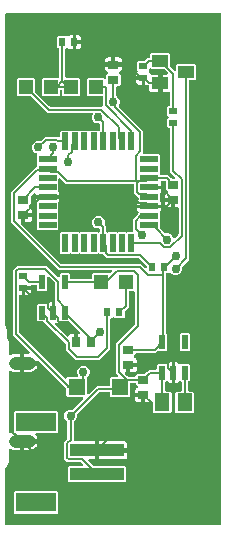
<source format=gbr>
G04 EAGLE Gerber RS-274X export*
G75*
%MOMM*%
%FSLAX34Y34*%
%LPD*%
%INTop Copper*%
%IPPOS*%
%AMOC8*
5,1,8,0,0,1.08239X$1,22.5*%
G01*
%ADD10R,1.200000X1.200000*%
%ADD11R,1.500000X0.550000*%
%ADD12R,0.550000X1.500000*%
%ADD13R,0.600000X0.700000*%
%ADD14R,0.700000X0.600000*%
%ADD15R,0.900000X0.700000*%
%ADD16R,0.550000X1.200000*%
%ADD17R,1.400000X1.400000*%
%ADD18R,0.700000X0.900000*%
%ADD19R,1.300000X1.500000*%
%ADD20R,1.400000X1.000000*%
%ADD21R,4.600000X1.000000*%
%ADD22R,3.400000X1.600000*%
%ADD23C,1.066800*%
%ADD24C,0.756400*%
%ADD25C,0.203200*%

G36*
X-49418Y-320031D02*
X-49418Y-320031D01*
X-49360Y-320033D01*
X-49278Y-320011D01*
X-49194Y-319999D01*
X-49141Y-319976D01*
X-49085Y-319961D01*
X-49012Y-319918D01*
X-48935Y-319883D01*
X-48890Y-319845D01*
X-48840Y-319816D01*
X-48782Y-319754D01*
X-48718Y-319700D01*
X-48686Y-319651D01*
X-48646Y-319608D01*
X-48607Y-319533D01*
X-48560Y-319463D01*
X-48543Y-319407D01*
X-48516Y-319355D01*
X-48505Y-319287D01*
X-48475Y-319192D01*
X-48472Y-319092D01*
X-48461Y-319024D01*
X-48461Y112524D01*
X-48467Y112572D01*
X-48467Y112574D01*
X-48468Y112576D01*
X-48469Y112582D01*
X-48467Y112640D01*
X-48489Y112722D01*
X-48501Y112806D01*
X-48524Y112859D01*
X-48539Y112915D01*
X-48582Y112988D01*
X-48617Y113065D01*
X-48655Y113110D01*
X-48684Y113160D01*
X-48746Y113218D01*
X-48800Y113282D01*
X-48849Y113314D01*
X-48892Y113354D01*
X-48967Y113393D01*
X-49037Y113440D01*
X-49093Y113457D01*
X-49145Y113484D01*
X-49213Y113495D01*
X-49308Y113525D01*
X-49408Y113528D01*
X-49476Y113539D01*
X-230124Y113539D01*
X-230182Y113531D01*
X-230240Y113533D01*
X-230322Y113511D01*
X-230406Y113499D01*
X-230459Y113476D01*
X-230515Y113461D01*
X-230588Y113418D01*
X-230665Y113383D01*
X-230710Y113345D01*
X-230760Y113316D01*
X-230818Y113254D01*
X-230882Y113200D01*
X-230914Y113151D01*
X-230954Y113108D01*
X-230993Y113033D01*
X-231040Y112963D01*
X-231057Y112907D01*
X-231084Y112855D01*
X-231095Y112787D01*
X-231125Y112692D01*
X-231128Y112592D01*
X-231139Y112524D01*
X-231139Y-149670D01*
X-231118Y-149818D01*
X-231114Y-149896D01*
X-230044Y-154581D01*
X-230073Y-154707D01*
X-230073Y-154709D01*
X-230074Y-154711D01*
X-230085Y-154849D01*
X-230097Y-154991D01*
X-230097Y-154993D01*
X-230097Y-154995D01*
X-230092Y-155013D01*
X-230041Y-155269D01*
X-230027Y-155297D01*
X-230021Y-155322D01*
X-229409Y-156799D01*
X-229409Y-162422D01*
X-229405Y-162452D01*
X-229407Y-162483D01*
X-229390Y-162560D01*
X-229369Y-162703D01*
X-229343Y-162762D01*
X-229332Y-162810D01*
X-228189Y-165569D01*
X-228189Y-175139D01*
X-228179Y-175210D01*
X-228179Y-175283D01*
X-228159Y-175350D01*
X-228149Y-175420D01*
X-228120Y-175486D01*
X-228100Y-175556D01*
X-228062Y-175615D01*
X-228033Y-175680D01*
X-227987Y-175735D01*
X-227948Y-175796D01*
X-227895Y-175843D01*
X-227850Y-175897D01*
X-227789Y-175937D01*
X-227735Y-175985D01*
X-227672Y-176015D01*
X-227613Y-176054D01*
X-227544Y-176076D01*
X-227479Y-176107D01*
X-227409Y-176119D01*
X-227342Y-176140D01*
X-227270Y-176142D01*
X-227198Y-176154D01*
X-227128Y-176146D01*
X-227058Y-176147D01*
X-226988Y-176129D01*
X-226916Y-176121D01*
X-226861Y-176096D01*
X-226783Y-176076D01*
X-226679Y-176014D01*
X-226610Y-175983D01*
X-226488Y-175901D01*
X-225055Y-175308D01*
X-223534Y-175005D01*
X-219201Y-175005D01*
X-219201Y-181864D01*
X-219193Y-181922D01*
X-219194Y-181980D01*
X-219173Y-182062D01*
X-219161Y-182145D01*
X-219137Y-182199D01*
X-219123Y-182255D01*
X-219080Y-182328D01*
X-219045Y-182405D01*
X-219007Y-182449D01*
X-218977Y-182500D01*
X-218916Y-182557D01*
X-218861Y-182622D01*
X-218813Y-182654D01*
X-218770Y-182694D01*
X-218695Y-182733D01*
X-218625Y-182779D01*
X-218569Y-182797D01*
X-218517Y-182824D01*
X-218449Y-182835D01*
X-218354Y-182865D01*
X-218254Y-182868D01*
X-218186Y-182879D01*
X-217169Y-182879D01*
X-217169Y-182881D01*
X-218186Y-182881D01*
X-218244Y-182889D01*
X-218302Y-182888D01*
X-218384Y-182909D01*
X-218467Y-182921D01*
X-218521Y-182945D01*
X-218577Y-182959D01*
X-218650Y-183002D01*
X-218727Y-183037D01*
X-218771Y-183075D01*
X-218822Y-183105D01*
X-218879Y-183166D01*
X-218944Y-183221D01*
X-218976Y-183269D01*
X-219016Y-183312D01*
X-219055Y-183387D01*
X-219101Y-183457D01*
X-219119Y-183513D01*
X-219146Y-183565D01*
X-219157Y-183633D01*
X-219187Y-183728D01*
X-219190Y-183828D01*
X-219201Y-183896D01*
X-219201Y-190755D01*
X-223534Y-190755D01*
X-225055Y-190452D01*
X-226488Y-189859D01*
X-226610Y-189777D01*
X-226675Y-189746D01*
X-226735Y-189706D01*
X-226802Y-189684D01*
X-226866Y-189654D01*
X-226937Y-189642D01*
X-227006Y-189620D01*
X-227077Y-189618D01*
X-227146Y-189606D01*
X-227218Y-189614D01*
X-227290Y-189613D01*
X-227359Y-189630D01*
X-227429Y-189638D01*
X-227496Y-189666D01*
X-227565Y-189684D01*
X-227626Y-189720D01*
X-227691Y-189748D01*
X-227748Y-189793D01*
X-227810Y-189830D01*
X-227858Y-189881D01*
X-227913Y-189925D01*
X-227955Y-189984D01*
X-228004Y-190037D01*
X-228036Y-190100D01*
X-228077Y-190157D01*
X-228101Y-190226D01*
X-228134Y-190290D01*
X-228144Y-190349D01*
X-228170Y-190426D01*
X-228177Y-190546D01*
X-228189Y-190621D01*
X-228189Y-241179D01*
X-228179Y-241250D01*
X-228179Y-241323D01*
X-228159Y-241390D01*
X-228149Y-241460D01*
X-228120Y-241526D01*
X-228100Y-241596D01*
X-228062Y-241655D01*
X-228033Y-241720D01*
X-227987Y-241775D01*
X-227948Y-241836D01*
X-227895Y-241883D01*
X-227850Y-241937D01*
X-227789Y-241977D01*
X-227735Y-242025D01*
X-227672Y-242055D01*
X-227613Y-242094D01*
X-227544Y-242116D01*
X-227479Y-242147D01*
X-227409Y-242159D01*
X-227342Y-242180D01*
X-227270Y-242182D01*
X-227198Y-242194D01*
X-227128Y-242186D01*
X-227058Y-242187D01*
X-226988Y-242169D01*
X-226916Y-242161D01*
X-226861Y-242136D01*
X-226783Y-242116D01*
X-226679Y-242054D01*
X-226610Y-242023D01*
X-226488Y-241941D01*
X-225055Y-241348D01*
X-224842Y-241306D01*
X-224746Y-241272D01*
X-224649Y-241247D01*
X-224613Y-241225D01*
X-224574Y-241212D01*
X-224491Y-241153D01*
X-224404Y-241101D01*
X-224376Y-241071D01*
X-224342Y-241047D01*
X-224279Y-240968D01*
X-224210Y-240894D01*
X-224191Y-240857D01*
X-224165Y-240824D01*
X-224126Y-240731D01*
X-224080Y-240641D01*
X-224074Y-240604D01*
X-224056Y-240562D01*
X-224036Y-240378D01*
X-224025Y-240310D01*
X-224025Y-224068D01*
X-223132Y-223175D01*
X-187868Y-223175D01*
X-186975Y-224068D01*
X-186975Y-241332D01*
X-187868Y-242225D01*
X-204690Y-242225D01*
X-204719Y-242229D01*
X-204749Y-242226D01*
X-204860Y-242249D01*
X-204971Y-242265D01*
X-204998Y-242277D01*
X-205028Y-242283D01*
X-205128Y-242335D01*
X-205231Y-242381D01*
X-205253Y-242400D01*
X-205280Y-242414D01*
X-205362Y-242492D01*
X-205448Y-242564D01*
X-205464Y-242589D01*
X-205486Y-242610D01*
X-205543Y-242707D01*
X-205605Y-242801D01*
X-205614Y-242830D01*
X-205629Y-242855D01*
X-205657Y-242965D01*
X-205691Y-243072D01*
X-205692Y-243102D01*
X-205699Y-243131D01*
X-205695Y-243244D01*
X-205698Y-243356D01*
X-205691Y-243385D01*
X-205690Y-243415D01*
X-205655Y-243522D01*
X-205626Y-243631D01*
X-205611Y-243657D01*
X-205602Y-243686D01*
X-205556Y-243750D01*
X-205536Y-243784D01*
X-205521Y-243817D01*
X-204604Y-245190D01*
X-204010Y-246623D01*
X-203957Y-246889D01*
X-216154Y-246889D01*
X-216212Y-246897D01*
X-216270Y-246895D01*
X-216352Y-246917D01*
X-216435Y-246929D01*
X-216489Y-246953D01*
X-216545Y-246967D01*
X-216618Y-247010D01*
X-216695Y-247045D01*
X-216739Y-247083D01*
X-216790Y-247113D01*
X-216847Y-247174D01*
X-216912Y-247229D01*
X-216944Y-247277D01*
X-216984Y-247320D01*
X-217023Y-247395D01*
X-217069Y-247465D01*
X-217087Y-247521D01*
X-217114Y-247573D01*
X-217125Y-247641D01*
X-217155Y-247736D01*
X-217158Y-247836D01*
X-217169Y-247904D01*
X-217169Y-248921D01*
X-218186Y-248921D01*
X-218244Y-248929D01*
X-218302Y-248928D01*
X-218384Y-248949D01*
X-218467Y-248961D01*
X-218521Y-248985D01*
X-218577Y-248999D01*
X-218650Y-249042D01*
X-218727Y-249077D01*
X-218771Y-249115D01*
X-218822Y-249145D01*
X-218879Y-249206D01*
X-218944Y-249261D01*
X-218976Y-249309D01*
X-219016Y-249352D01*
X-219055Y-249427D01*
X-219101Y-249497D01*
X-219119Y-249553D01*
X-219146Y-249605D01*
X-219157Y-249673D01*
X-219187Y-249768D01*
X-219190Y-249868D01*
X-219201Y-249936D01*
X-219201Y-256795D01*
X-223534Y-256795D01*
X-225055Y-256492D01*
X-226488Y-255899D01*
X-226610Y-255817D01*
X-226675Y-255786D01*
X-226735Y-255746D01*
X-226802Y-255724D01*
X-226866Y-255694D01*
X-226937Y-255682D01*
X-227006Y-255660D01*
X-227077Y-255658D01*
X-227146Y-255646D01*
X-227218Y-255654D01*
X-227290Y-255653D01*
X-227359Y-255670D01*
X-227429Y-255678D01*
X-227496Y-255706D01*
X-227565Y-255724D01*
X-227626Y-255760D01*
X-227691Y-255788D01*
X-227748Y-255833D01*
X-227810Y-255870D01*
X-227858Y-255921D01*
X-227913Y-255965D01*
X-227955Y-256024D01*
X-228004Y-256077D01*
X-228036Y-256140D01*
X-228077Y-256197D01*
X-228101Y-256266D01*
X-228134Y-256330D01*
X-228144Y-256389D01*
X-228170Y-256466D01*
X-228177Y-256586D01*
X-228189Y-256661D01*
X-228189Y-266231D01*
X-229774Y-270057D01*
X-230842Y-271125D01*
X-230894Y-271195D01*
X-230954Y-271259D01*
X-230980Y-271308D01*
X-231013Y-271352D01*
X-231044Y-271434D01*
X-231084Y-271512D01*
X-231092Y-271559D01*
X-231114Y-271618D01*
X-231126Y-271765D01*
X-231139Y-271843D01*
X-231139Y-319024D01*
X-231131Y-319082D01*
X-231133Y-319140D01*
X-231111Y-319222D01*
X-231099Y-319306D01*
X-231076Y-319359D01*
X-231061Y-319415D01*
X-231018Y-319488D01*
X-230983Y-319565D01*
X-230945Y-319610D01*
X-230916Y-319660D01*
X-230854Y-319718D01*
X-230800Y-319782D01*
X-230751Y-319814D01*
X-230708Y-319854D01*
X-230633Y-319893D01*
X-230563Y-319940D01*
X-230507Y-319957D01*
X-230455Y-319984D01*
X-230387Y-319995D01*
X-230292Y-320025D01*
X-230192Y-320028D01*
X-230124Y-320039D01*
X-49476Y-320039D01*
X-49418Y-320031D01*
G37*
%LPC*%
G36*
X-177132Y-283225D02*
X-177132Y-283225D01*
X-178025Y-282332D01*
X-178025Y-271068D01*
X-177132Y-270175D01*
X-166069Y-270175D01*
X-166040Y-270171D01*
X-166011Y-270174D01*
X-165900Y-270151D01*
X-165787Y-270135D01*
X-165761Y-270123D01*
X-165732Y-270118D01*
X-165631Y-270065D01*
X-165528Y-270019D01*
X-165506Y-270000D01*
X-165480Y-269987D01*
X-165397Y-269909D01*
X-165311Y-269836D01*
X-165295Y-269811D01*
X-165273Y-269791D01*
X-165216Y-269693D01*
X-165153Y-269599D01*
X-165145Y-269571D01*
X-165130Y-269546D01*
X-165102Y-269436D01*
X-165068Y-269328D01*
X-165067Y-269298D01*
X-165060Y-269270D01*
X-165063Y-269157D01*
X-165060Y-269044D01*
X-165068Y-269015D01*
X-165069Y-268986D01*
X-165104Y-268878D01*
X-165132Y-268769D01*
X-165147Y-268743D01*
X-165156Y-268715D01*
X-165202Y-268651D01*
X-165277Y-268524D01*
X-165323Y-268481D01*
X-165351Y-268442D01*
X-166715Y-267078D01*
X-166785Y-267026D01*
X-166849Y-266966D01*
X-166898Y-266940D01*
X-166942Y-266907D01*
X-167024Y-266876D01*
X-167102Y-266836D01*
X-167149Y-266828D01*
X-167208Y-266806D01*
X-167356Y-266794D01*
X-167433Y-266781D01*
X-178605Y-266781D01*
X-181581Y-263805D01*
X-181581Y-249595D01*
X-178860Y-246875D01*
X-178808Y-246805D01*
X-178748Y-246741D01*
X-178722Y-246692D01*
X-178689Y-246648D01*
X-178658Y-246566D01*
X-178618Y-246488D01*
X-178610Y-246440D01*
X-178588Y-246382D01*
X-178576Y-246234D01*
X-178563Y-246157D01*
X-178563Y-232954D01*
X-178563Y-232952D01*
X-178563Y-232951D01*
X-178583Y-232810D01*
X-178603Y-232672D01*
X-178603Y-232671D01*
X-178603Y-232669D01*
X-178661Y-232543D01*
X-178719Y-232413D01*
X-178720Y-232412D01*
X-178721Y-232410D01*
X-178811Y-232304D01*
X-178902Y-232196D01*
X-178904Y-232195D01*
X-178905Y-232194D01*
X-178917Y-232186D01*
X-178940Y-232171D01*
X-180521Y-230590D01*
X-181329Y-228640D01*
X-181329Y-226528D01*
X-180521Y-224578D01*
X-179028Y-223085D01*
X-177078Y-222277D01*
X-174869Y-222277D01*
X-174853Y-222281D01*
X-174851Y-222281D01*
X-174849Y-222282D01*
X-174710Y-222277D01*
X-174569Y-222273D01*
X-174567Y-222273D01*
X-174565Y-222273D01*
X-174433Y-222230D01*
X-174298Y-222187D01*
X-174296Y-222186D01*
X-174295Y-222185D01*
X-174281Y-222176D01*
X-174062Y-222029D01*
X-174042Y-222005D01*
X-174021Y-221990D01*
X-165489Y-213458D01*
X-165471Y-213434D01*
X-165449Y-213415D01*
X-165386Y-213321D01*
X-165318Y-213231D01*
X-165308Y-213203D01*
X-165291Y-213179D01*
X-165257Y-213071D01*
X-165217Y-212965D01*
X-165214Y-212936D01*
X-165206Y-212908D01*
X-165203Y-212794D01*
X-165193Y-212682D01*
X-165199Y-212653D01*
X-165198Y-212624D01*
X-165227Y-212514D01*
X-165249Y-212403D01*
X-165263Y-212377D01*
X-165270Y-212349D01*
X-165328Y-212251D01*
X-165380Y-212151D01*
X-165400Y-212129D01*
X-165415Y-212104D01*
X-165498Y-212027D01*
X-165576Y-211945D01*
X-165601Y-211930D01*
X-165623Y-211910D01*
X-165724Y-211858D01*
X-165821Y-211801D01*
X-165850Y-211794D01*
X-165876Y-211780D01*
X-165953Y-211767D01*
X-166097Y-211731D01*
X-166159Y-211733D01*
X-166207Y-211725D01*
X-178532Y-211725D01*
X-179425Y-210832D01*
X-179425Y-205081D01*
X-179437Y-204994D01*
X-179440Y-204907D01*
X-179457Y-204854D01*
X-179465Y-204799D01*
X-179500Y-204720D01*
X-179527Y-204636D01*
X-179555Y-204597D01*
X-179581Y-204540D01*
X-179677Y-204427D01*
X-179722Y-204363D01*
X-180130Y-203955D01*
X-202939Y-181146D01*
X-203009Y-181094D01*
X-203073Y-181034D01*
X-203122Y-181008D01*
X-203166Y-180975D01*
X-203248Y-180944D01*
X-203326Y-180904D01*
X-203373Y-180896D01*
X-203432Y-180874D01*
X-203580Y-180862D01*
X-203657Y-180849D01*
X-215139Y-180849D01*
X-215139Y-175005D01*
X-211531Y-175005D01*
X-211502Y-175001D01*
X-211473Y-175004D01*
X-211362Y-174981D01*
X-211249Y-174965D01*
X-211223Y-174953D01*
X-211194Y-174948D01*
X-211093Y-174895D01*
X-210990Y-174849D01*
X-210968Y-174830D01*
X-210942Y-174817D01*
X-210860Y-174739D01*
X-210773Y-174666D01*
X-210757Y-174641D01*
X-210735Y-174621D01*
X-210678Y-174523D01*
X-210615Y-174429D01*
X-210607Y-174401D01*
X-210592Y-174376D01*
X-210564Y-174266D01*
X-210530Y-174158D01*
X-210529Y-174128D01*
X-210522Y-174100D01*
X-210525Y-173987D01*
X-210522Y-173874D01*
X-210530Y-173845D01*
X-210531Y-173816D01*
X-210566Y-173708D01*
X-210594Y-173599D01*
X-210609Y-173573D01*
X-210618Y-173545D01*
X-210664Y-173482D01*
X-210739Y-173354D01*
X-210785Y-173311D01*
X-210813Y-173272D01*
X-223005Y-161080D01*
X-224791Y-159294D01*
X-224791Y-103850D01*
X-221524Y-100583D01*
X-196306Y-100583D01*
X-187008Y-109881D01*
X-186984Y-109899D01*
X-186965Y-109921D01*
X-186871Y-109984D01*
X-186781Y-110052D01*
X-186753Y-110062D01*
X-186729Y-110079D01*
X-186621Y-110113D01*
X-186515Y-110153D01*
X-186486Y-110156D01*
X-186458Y-110164D01*
X-186344Y-110167D01*
X-186232Y-110177D01*
X-186203Y-110171D01*
X-186174Y-110172D01*
X-186064Y-110143D01*
X-185953Y-110121D01*
X-185927Y-110107D01*
X-185899Y-110100D01*
X-185801Y-110042D01*
X-185701Y-109990D01*
X-185679Y-109970D01*
X-185654Y-109955D01*
X-185577Y-109872D01*
X-185495Y-109794D01*
X-185480Y-109769D01*
X-185460Y-109747D01*
X-185408Y-109646D01*
X-185351Y-109549D01*
X-185344Y-109520D01*
X-185330Y-109494D01*
X-185317Y-109417D01*
X-185281Y-109273D01*
X-185283Y-109211D01*
X-185275Y-109163D01*
X-185275Y-107367D01*
X-184382Y-106474D01*
X-177618Y-106474D01*
X-176725Y-107367D01*
X-176725Y-110443D01*
X-176717Y-110501D01*
X-176719Y-110559D01*
X-176697Y-110641D01*
X-176685Y-110725D01*
X-176662Y-110778D01*
X-176647Y-110834D01*
X-176604Y-110907D01*
X-176569Y-110984D01*
X-176531Y-111029D01*
X-176502Y-111079D01*
X-176440Y-111137D01*
X-176386Y-111201D01*
X-176337Y-111233D01*
X-176294Y-111273D01*
X-176219Y-111312D01*
X-176149Y-111359D01*
X-176093Y-111376D01*
X-176041Y-111403D01*
X-175973Y-111414D01*
X-175878Y-111444D01*
X-175778Y-111447D01*
X-175710Y-111458D01*
X-158740Y-111458D01*
X-158682Y-111450D01*
X-158624Y-111452D01*
X-158542Y-111430D01*
X-158458Y-111418D01*
X-158405Y-111395D01*
X-158349Y-111380D01*
X-158276Y-111337D01*
X-158199Y-111302D01*
X-158154Y-111264D01*
X-158104Y-111235D01*
X-158046Y-111173D01*
X-157982Y-111119D01*
X-157950Y-111070D01*
X-157910Y-111027D01*
X-157871Y-110952D01*
X-157824Y-110882D01*
X-157807Y-110826D01*
X-157780Y-110774D01*
X-157769Y-110706D01*
X-157739Y-110611D01*
X-157736Y-110511D01*
X-157725Y-110443D01*
X-157725Y-107668D01*
X-156832Y-106775D01*
X-143529Y-106775D01*
X-143529Y-106776D01*
X-143461Y-106826D01*
X-143407Y-106847D01*
X-143356Y-106877D01*
X-143274Y-106897D01*
X-143196Y-106927D01*
X-143137Y-106932D01*
X-143081Y-106947D01*
X-142996Y-106944D01*
X-142912Y-106951D01*
X-142855Y-106940D01*
X-142796Y-106938D01*
X-142716Y-106912D01*
X-142633Y-106895D01*
X-142581Y-106868D01*
X-142526Y-106850D01*
X-142470Y-106810D01*
X-142381Y-106764D01*
X-142309Y-106695D01*
X-142253Y-106655D01*
X-141217Y-105620D01*
X-141199Y-105596D01*
X-141177Y-105577D01*
X-141114Y-105483D01*
X-141046Y-105393D01*
X-141036Y-105365D01*
X-141019Y-105341D01*
X-140985Y-105233D01*
X-140945Y-105127D01*
X-140942Y-105098D01*
X-140934Y-105070D01*
X-140931Y-104956D01*
X-140921Y-104844D01*
X-140927Y-104815D01*
X-140926Y-104786D01*
X-140955Y-104676D01*
X-140977Y-104565D01*
X-140991Y-104539D01*
X-140998Y-104511D01*
X-141056Y-104413D01*
X-141108Y-104313D01*
X-141128Y-104291D01*
X-141143Y-104266D01*
X-141226Y-104189D01*
X-141304Y-104107D01*
X-141329Y-104092D01*
X-141351Y-104072D01*
X-141452Y-104020D01*
X-141549Y-103963D01*
X-141578Y-103956D01*
X-141604Y-103942D01*
X-141681Y-103929D01*
X-141825Y-103893D01*
X-141887Y-103895D01*
X-141935Y-103887D01*
X-185964Y-103887D01*
X-226569Y-63282D01*
X-226569Y-38064D01*
X-224783Y-36278D01*
X-205522Y-17017D01*
X-205440Y-17017D01*
X-205382Y-17009D01*
X-205324Y-17011D01*
X-205242Y-16989D01*
X-205158Y-16977D01*
X-205105Y-16954D01*
X-205049Y-16939D01*
X-204976Y-16896D01*
X-204899Y-16861D01*
X-204854Y-16823D01*
X-204804Y-16794D01*
X-204746Y-16732D01*
X-204682Y-16678D01*
X-204650Y-16629D01*
X-204610Y-16586D01*
X-204571Y-16511D01*
X-204524Y-16441D01*
X-204507Y-16385D01*
X-204480Y-16333D01*
X-204469Y-16265D01*
X-204439Y-16170D01*
X-204436Y-16070D01*
X-204425Y-16002D01*
X-204425Y-14693D01*
X-204404Y-14658D01*
X-204353Y-14591D01*
X-204332Y-14536D01*
X-204303Y-14486D01*
X-204282Y-14404D01*
X-204252Y-14325D01*
X-204247Y-14267D01*
X-204233Y-14210D01*
X-204235Y-14126D01*
X-204229Y-14042D01*
X-204240Y-13984D01*
X-204242Y-13926D01*
X-204268Y-13846D01*
X-204284Y-13763D01*
X-204311Y-13711D01*
X-204329Y-13655D01*
X-204369Y-13599D01*
X-204415Y-13511D01*
X-204425Y-13501D01*
X-204425Y-6710D01*
X-204382Y-6653D01*
X-204308Y-6565D01*
X-204297Y-6540D01*
X-204280Y-6518D01*
X-204240Y-6411D01*
X-204193Y-6306D01*
X-204189Y-6278D01*
X-204179Y-6252D01*
X-204170Y-6138D01*
X-204154Y-6024D01*
X-204158Y-5997D01*
X-204156Y-5969D01*
X-204178Y-5856D01*
X-204195Y-5743D01*
X-204206Y-5717D01*
X-204212Y-5690D01*
X-204264Y-5588D01*
X-204312Y-5484D01*
X-204330Y-5463D01*
X-204343Y-5438D01*
X-204422Y-5355D01*
X-204496Y-5267D01*
X-204517Y-5254D01*
X-204538Y-5232D01*
X-204768Y-5097D01*
X-204781Y-5089D01*
X-206206Y-4499D01*
X-207699Y-3006D01*
X-208507Y-1056D01*
X-208507Y1056D01*
X-207699Y3006D01*
X-206206Y4499D01*
X-204256Y5307D01*
X-202047Y5307D01*
X-202031Y5303D01*
X-202029Y5303D01*
X-202027Y5302D01*
X-201888Y5307D01*
X-201747Y5311D01*
X-201745Y5311D01*
X-201743Y5311D01*
X-201611Y5354D01*
X-201476Y5397D01*
X-201474Y5398D01*
X-201473Y5399D01*
X-201460Y5408D01*
X-201240Y5555D01*
X-201220Y5579D01*
X-201199Y5594D01*
X-197930Y8863D01*
X-186829Y8863D01*
X-186408Y8442D01*
X-186384Y8424D01*
X-186365Y8402D01*
X-186271Y8339D01*
X-186181Y8271D01*
X-186153Y8260D01*
X-186129Y8244D01*
X-186021Y8210D01*
X-185915Y8170D01*
X-185886Y8167D01*
X-185858Y8158D01*
X-185744Y8155D01*
X-185632Y8146D01*
X-185603Y8152D01*
X-185574Y8151D01*
X-185464Y8180D01*
X-185353Y8202D01*
X-185327Y8215D01*
X-185299Y8223D01*
X-185201Y8281D01*
X-185101Y8333D01*
X-185079Y8353D01*
X-185054Y8368D01*
X-184977Y8451D01*
X-184895Y8529D01*
X-184880Y8554D01*
X-184860Y8575D01*
X-184808Y8676D01*
X-184751Y8774D01*
X-184744Y8802D01*
X-184730Y8829D01*
X-184717Y8906D01*
X-184681Y9049D01*
X-184683Y9112D01*
X-184675Y9160D01*
X-184675Y13032D01*
X-183782Y13925D01*
X-176993Y13925D01*
X-176958Y13904D01*
X-176891Y13853D01*
X-176836Y13832D01*
X-176786Y13803D01*
X-176704Y13782D01*
X-176625Y13752D01*
X-176567Y13747D01*
X-176510Y13733D01*
X-176426Y13735D01*
X-176342Y13729D01*
X-176284Y13740D01*
X-176226Y13742D01*
X-176146Y13768D01*
X-176063Y13784D01*
X-176011Y13811D01*
X-175955Y13829D01*
X-175899Y13869D01*
X-175811Y13915D01*
X-175801Y13925D01*
X-168993Y13925D01*
X-168958Y13904D01*
X-168891Y13853D01*
X-168836Y13832D01*
X-168786Y13803D01*
X-168704Y13782D01*
X-168625Y13752D01*
X-168567Y13747D01*
X-168510Y13733D01*
X-168426Y13735D01*
X-168342Y13729D01*
X-168284Y13740D01*
X-168226Y13742D01*
X-168146Y13768D01*
X-168063Y13784D01*
X-168011Y13811D01*
X-167955Y13829D01*
X-167899Y13869D01*
X-167811Y13915D01*
X-167801Y13925D01*
X-160993Y13925D01*
X-160958Y13904D01*
X-160891Y13853D01*
X-160836Y13832D01*
X-160786Y13803D01*
X-160704Y13782D01*
X-160625Y13752D01*
X-160567Y13747D01*
X-160510Y13733D01*
X-160426Y13735D01*
X-160342Y13729D01*
X-160284Y13740D01*
X-160226Y13742D01*
X-160146Y13768D01*
X-160063Y13784D01*
X-160011Y13811D01*
X-159955Y13829D01*
X-159899Y13869D01*
X-159811Y13915D01*
X-159801Y13925D01*
X-152993Y13925D01*
X-152958Y13904D01*
X-152891Y13853D01*
X-152836Y13832D01*
X-152786Y13803D01*
X-152704Y13782D01*
X-152625Y13752D01*
X-152567Y13747D01*
X-152510Y13733D01*
X-152426Y13735D01*
X-152342Y13729D01*
X-152284Y13740D01*
X-152226Y13742D01*
X-152146Y13768D01*
X-152063Y13784D01*
X-152011Y13811D01*
X-151955Y13829D01*
X-151899Y13869D01*
X-151811Y13915D01*
X-151776Y13948D01*
X-151758Y13953D01*
X-151674Y13965D01*
X-151621Y13988D01*
X-151565Y14003D01*
X-151492Y14046D01*
X-151415Y14081D01*
X-151370Y14119D01*
X-151320Y14148D01*
X-151262Y14210D01*
X-151198Y14264D01*
X-151166Y14313D01*
X-151126Y14356D01*
X-151087Y14431D01*
X-151040Y14501D01*
X-151023Y14557D01*
X-150996Y14609D01*
X-150985Y14677D01*
X-150955Y14772D01*
X-150952Y14872D01*
X-150941Y14940D01*
X-150941Y19078D01*
X-150948Y19132D01*
X-150947Y19171D01*
X-150948Y19173D01*
X-150947Y19194D01*
X-150969Y19276D01*
X-150981Y19360D01*
X-151004Y19413D01*
X-151019Y19469D01*
X-151062Y19542D01*
X-151097Y19619D01*
X-151135Y19664D01*
X-151164Y19714D01*
X-151226Y19772D01*
X-151280Y19836D01*
X-151329Y19868D01*
X-151372Y19908D01*
X-151447Y19947D01*
X-151517Y19994D01*
X-151573Y20011D01*
X-151625Y20038D01*
X-151693Y20049D01*
X-151788Y20079D01*
X-151888Y20082D01*
X-151956Y20093D01*
X-153456Y20093D01*
X-155406Y20901D01*
X-156899Y22394D01*
X-157707Y24344D01*
X-157707Y26456D01*
X-157159Y27777D01*
X-157131Y27889D01*
X-157096Y27998D01*
X-157095Y28026D01*
X-157088Y28053D01*
X-157092Y28167D01*
X-157089Y28282D01*
X-157096Y28309D01*
X-157096Y28337D01*
X-157131Y28446D01*
X-157160Y28557D01*
X-157175Y28581D01*
X-157183Y28608D01*
X-157247Y28703D01*
X-157306Y28802D01*
X-157326Y28821D01*
X-157341Y28844D01*
X-157429Y28918D01*
X-157513Y28996D01*
X-157538Y29009D01*
X-157559Y29027D01*
X-157664Y29073D01*
X-157766Y29126D01*
X-157791Y29130D01*
X-157819Y29142D01*
X-158082Y29179D01*
X-158097Y29181D01*
X-195674Y29181D01*
X-209471Y42978D01*
X-209541Y43030D01*
X-209605Y43090D01*
X-209654Y43116D01*
X-209698Y43149D01*
X-209780Y43180D01*
X-209858Y43220D01*
X-209905Y43228D01*
X-209964Y43250D01*
X-210112Y43262D01*
X-210189Y43275D01*
X-220332Y43275D01*
X-221225Y44168D01*
X-221225Y57432D01*
X-220332Y58325D01*
X-207068Y58325D01*
X-206175Y57432D01*
X-206175Y47289D01*
X-206163Y47202D01*
X-206160Y47115D01*
X-206143Y47062D01*
X-206135Y47007D01*
X-206100Y46928D01*
X-206073Y46844D01*
X-206045Y46805D01*
X-206019Y46748D01*
X-205923Y46635D01*
X-205878Y46571D01*
X-193867Y34560D01*
X-193797Y34508D01*
X-193733Y34448D01*
X-193684Y34422D01*
X-193640Y34389D01*
X-193558Y34358D01*
X-193480Y34318D01*
X-193433Y34310D01*
X-193374Y34288D01*
X-193226Y34276D01*
X-193149Y34263D01*
X-149578Y34263D01*
X-149520Y34271D01*
X-149462Y34269D01*
X-149380Y34291D01*
X-149296Y34303D01*
X-149243Y34326D01*
X-149187Y34341D01*
X-149114Y34384D01*
X-149037Y34419D01*
X-148992Y34457D01*
X-148942Y34486D01*
X-148884Y34548D01*
X-148820Y34602D01*
X-148788Y34651D01*
X-148748Y34694D01*
X-148709Y34769D01*
X-148662Y34839D01*
X-148645Y34895D01*
X-148618Y34947D01*
X-148607Y35015D01*
X-148577Y35110D01*
X-148574Y35210D01*
X-148563Y35278D01*
X-148563Y42260D01*
X-148571Y42318D01*
X-148569Y42376D01*
X-148591Y42458D01*
X-148603Y42542D01*
X-148626Y42595D01*
X-148641Y42651D01*
X-148684Y42724D01*
X-148719Y42801D01*
X-148757Y42846D01*
X-148786Y42896D01*
X-148848Y42954D01*
X-148902Y43018D01*
X-148951Y43050D01*
X-148994Y43090D01*
X-149069Y43129D01*
X-149139Y43176D01*
X-149195Y43193D01*
X-149247Y43220D01*
X-149315Y43231D01*
X-149410Y43261D01*
X-149510Y43264D01*
X-149578Y43275D01*
X-161232Y43275D01*
X-162125Y44168D01*
X-162125Y57432D01*
X-161232Y58325D01*
X-147968Y58325D01*
X-147458Y57814D01*
X-147434Y57797D01*
X-147415Y57774D01*
X-147321Y57711D01*
X-147231Y57643D01*
X-147203Y57633D01*
X-147179Y57617D01*
X-147071Y57582D01*
X-146965Y57542D01*
X-146936Y57540D01*
X-146908Y57531D01*
X-146794Y57528D01*
X-146682Y57518D01*
X-146653Y57524D01*
X-146624Y57523D01*
X-146514Y57552D01*
X-146403Y57574D01*
X-146377Y57588D01*
X-146349Y57595D01*
X-146251Y57653D01*
X-146151Y57705D01*
X-146129Y57726D01*
X-146104Y57741D01*
X-146027Y57823D01*
X-145945Y57901D01*
X-145930Y57926D01*
X-145910Y57948D01*
X-145858Y58049D01*
X-145801Y58146D01*
X-145794Y58175D01*
X-145780Y58201D01*
X-145767Y58278D01*
X-145731Y58422D01*
X-145733Y58484D01*
X-145725Y58532D01*
X-145725Y61132D01*
X-144800Y62057D01*
X-144745Y62065D01*
X-144736Y62069D01*
X-144726Y62070D01*
X-144607Y62126D01*
X-144485Y62181D01*
X-144478Y62187D01*
X-144469Y62191D01*
X-144370Y62279D01*
X-144268Y62364D01*
X-144263Y62373D01*
X-144256Y62379D01*
X-144184Y62491D01*
X-144111Y62601D01*
X-144108Y62611D01*
X-144103Y62619D01*
X-144065Y62745D01*
X-144025Y62872D01*
X-144025Y62882D01*
X-144022Y62891D01*
X-144021Y63024D01*
X-144018Y63156D01*
X-144020Y63166D01*
X-144020Y63176D01*
X-144056Y63304D01*
X-144090Y63431D01*
X-144094Y63440D01*
X-144097Y63449D01*
X-144167Y63562D01*
X-144235Y63676D01*
X-144242Y63683D01*
X-144247Y63691D01*
X-144345Y63779D01*
X-144442Y63870D01*
X-144451Y63875D01*
X-144458Y63881D01*
X-144510Y63905D01*
X-144695Y64000D01*
X-144731Y64006D01*
X-144764Y64021D01*
X-145181Y64132D01*
X-145760Y64467D01*
X-146233Y64940D01*
X-146568Y65519D01*
X-146741Y66166D01*
X-146741Y68251D01*
X-140434Y68251D01*
X-140376Y68259D01*
X-140318Y68257D01*
X-140236Y68279D01*
X-140153Y68291D01*
X-140099Y68314D01*
X-140043Y68329D01*
X-139970Y68372D01*
X-139893Y68407D01*
X-139849Y68445D01*
X-139798Y68474D01*
X-139741Y68536D01*
X-139697Y68573D01*
X-139696Y68572D01*
X-139641Y68508D01*
X-139593Y68476D01*
X-139550Y68436D01*
X-139475Y68397D01*
X-139405Y68350D01*
X-139349Y68333D01*
X-139297Y68306D01*
X-139229Y68295D01*
X-139134Y68265D01*
X-139034Y68262D01*
X-138966Y68251D01*
X-132659Y68251D01*
X-132659Y66166D01*
X-132832Y65519D01*
X-133167Y64940D01*
X-133640Y64467D01*
X-134219Y64132D01*
X-134636Y64021D01*
X-134646Y64017D01*
X-134655Y64015D01*
X-134776Y63961D01*
X-134898Y63909D01*
X-134906Y63903D01*
X-134915Y63899D01*
X-135015Y63814D01*
X-135119Y63730D01*
X-135124Y63722D01*
X-135132Y63715D01*
X-135205Y63605D01*
X-135281Y63496D01*
X-135284Y63487D01*
X-135289Y63479D01*
X-135329Y63352D01*
X-135372Y63227D01*
X-135372Y63217D01*
X-135375Y63208D01*
X-135378Y63075D01*
X-135384Y62943D01*
X-135382Y62933D01*
X-135382Y62924D01*
X-135349Y62796D01*
X-135318Y62667D01*
X-135313Y62658D01*
X-135310Y62649D01*
X-135243Y62535D01*
X-135177Y62419D01*
X-135170Y62413D01*
X-135165Y62404D01*
X-135069Y62314D01*
X-134974Y62221D01*
X-134965Y62216D01*
X-134958Y62210D01*
X-134840Y62149D01*
X-134723Y62087D01*
X-134714Y62085D01*
X-134705Y62080D01*
X-134649Y62071D01*
X-134605Y62062D01*
X-133675Y61132D01*
X-133675Y52868D01*
X-134568Y51975D01*
X-136144Y51975D01*
X-136202Y51967D01*
X-136260Y51969D01*
X-136342Y51947D01*
X-136426Y51935D01*
X-136479Y51912D01*
X-136535Y51897D01*
X-136608Y51854D01*
X-136685Y51819D01*
X-136730Y51781D01*
X-136780Y51752D01*
X-136838Y51690D01*
X-136902Y51636D01*
X-136934Y51587D01*
X-136974Y51544D01*
X-137013Y51469D01*
X-137060Y51399D01*
X-137077Y51343D01*
X-137104Y51291D01*
X-137115Y51223D01*
X-137145Y51128D01*
X-137148Y51028D01*
X-137159Y50960D01*
X-137159Y43470D01*
X-137159Y43468D01*
X-137159Y43467D01*
X-137139Y43326D01*
X-137119Y43188D01*
X-137119Y43187D01*
X-137119Y43185D01*
X-137058Y43052D01*
X-137003Y42929D01*
X-137002Y42928D01*
X-137001Y42926D01*
X-136911Y42820D01*
X-136820Y42712D01*
X-136818Y42711D01*
X-136817Y42710D01*
X-136805Y42702D01*
X-136782Y42687D01*
X-135201Y41106D01*
X-134393Y39156D01*
X-134393Y37044D01*
X-135237Y35009D01*
X-135255Y34984D01*
X-135276Y34929D01*
X-135305Y34879D01*
X-135326Y34797D01*
X-135356Y34719D01*
X-135361Y34660D01*
X-135375Y34603D01*
X-135373Y34519D01*
X-135380Y34436D01*
X-135368Y34378D01*
X-135366Y34319D01*
X-135341Y34239D01*
X-135324Y34157D01*
X-135297Y34105D01*
X-135279Y34049D01*
X-135239Y33993D01*
X-135193Y33904D01*
X-135124Y33832D01*
X-135084Y33775D01*
X-114807Y13498D01*
X-114807Y-4810D01*
X-114799Y-4868D01*
X-114801Y-4926D01*
X-114779Y-5008D01*
X-114767Y-5092D01*
X-114744Y-5145D01*
X-114729Y-5201D01*
X-114686Y-5274D01*
X-114651Y-5351D01*
X-114613Y-5396D01*
X-114584Y-5446D01*
X-114522Y-5504D01*
X-114468Y-5568D01*
X-114419Y-5600D01*
X-114376Y-5640D01*
X-114301Y-5679D01*
X-114231Y-5726D01*
X-114175Y-5743D01*
X-114123Y-5770D01*
X-114055Y-5781D01*
X-113960Y-5811D01*
X-113860Y-5814D01*
X-113792Y-5825D01*
X-101268Y-5825D01*
X-100375Y-6718D01*
X-100375Y-13507D01*
X-100396Y-13542D01*
X-100447Y-13609D01*
X-100468Y-13664D01*
X-100497Y-13714D01*
X-100518Y-13796D01*
X-100548Y-13875D01*
X-100553Y-13933D01*
X-100567Y-13990D01*
X-100565Y-14074D01*
X-100571Y-14158D01*
X-100560Y-14216D01*
X-100558Y-14274D01*
X-100532Y-14354D01*
X-100516Y-14437D01*
X-100489Y-14489D01*
X-100471Y-14545D01*
X-100431Y-14601D01*
X-100385Y-14689D01*
X-100375Y-14699D01*
X-100375Y-21507D01*
X-100396Y-21542D01*
X-100447Y-21609D01*
X-100468Y-21664D01*
X-100497Y-21714D01*
X-100518Y-21796D01*
X-100548Y-21875D01*
X-100553Y-21933D01*
X-100567Y-21990D01*
X-100565Y-22074D01*
X-100571Y-22158D01*
X-100560Y-22216D01*
X-100558Y-22274D01*
X-100532Y-22354D01*
X-100516Y-22437D01*
X-100489Y-22489D01*
X-100471Y-22545D01*
X-100431Y-22601D01*
X-100385Y-22689D01*
X-100352Y-22724D01*
X-100347Y-22742D01*
X-100335Y-22826D01*
X-100312Y-22879D01*
X-100297Y-22935D01*
X-100254Y-23008D01*
X-100219Y-23085D01*
X-100181Y-23130D01*
X-100152Y-23180D01*
X-100090Y-23238D01*
X-100036Y-23302D01*
X-99987Y-23334D01*
X-99944Y-23374D01*
X-99869Y-23413D01*
X-99799Y-23460D01*
X-99743Y-23477D01*
X-99691Y-23504D01*
X-99623Y-23515D01*
X-99528Y-23545D01*
X-99428Y-23548D01*
X-99360Y-23559D01*
X-93348Y-23559D01*
X-91562Y-25345D01*
X-90629Y-26278D01*
X-90559Y-26330D01*
X-90495Y-26390D01*
X-90446Y-26416D01*
X-90402Y-26449D01*
X-90320Y-26480D01*
X-90242Y-26520D01*
X-90195Y-26528D01*
X-90136Y-26550D01*
X-89988Y-26562D01*
X-89911Y-26575D01*
X-88377Y-26575D01*
X-88348Y-26571D01*
X-88318Y-26574D01*
X-88207Y-26551D01*
X-88095Y-26535D01*
X-88069Y-26523D01*
X-88040Y-26518D01*
X-87939Y-26466D01*
X-87836Y-26419D01*
X-87813Y-26400D01*
X-87787Y-26387D01*
X-87705Y-26309D01*
X-87619Y-26236D01*
X-87603Y-26211D01*
X-87581Y-26191D01*
X-87524Y-26093D01*
X-87461Y-25999D01*
X-87452Y-25971D01*
X-87438Y-25946D01*
X-87410Y-25836D01*
X-87375Y-25728D01*
X-87375Y-25698D01*
X-87368Y-25670D01*
X-87371Y-25557D01*
X-87368Y-25444D01*
X-87376Y-25415D01*
X-87377Y-25386D01*
X-87411Y-25278D01*
X-87440Y-25169D01*
X-87455Y-25143D01*
X-87464Y-25115D01*
X-87510Y-25052D01*
X-87585Y-24924D01*
X-87631Y-24881D01*
X-87659Y-24842D01*
X-91441Y-21060D01*
X-91441Y14860D01*
X-91449Y14918D01*
X-91447Y14976D01*
X-91469Y15058D01*
X-91481Y15142D01*
X-91504Y15195D01*
X-91519Y15251D01*
X-91562Y15324D01*
X-91597Y15401D01*
X-91635Y15446D01*
X-91664Y15496D01*
X-91726Y15554D01*
X-91780Y15618D01*
X-91829Y15650D01*
X-91872Y15690D01*
X-91947Y15729D01*
X-92017Y15776D01*
X-92073Y15793D01*
X-92125Y15820D01*
X-92193Y15831D01*
X-92288Y15861D01*
X-92388Y15864D01*
X-92456Y15875D01*
X-93032Y15875D01*
X-93925Y16768D01*
X-93925Y24032D01*
X-93274Y24682D01*
X-93239Y24729D01*
X-93197Y24769D01*
X-93154Y24842D01*
X-93103Y24909D01*
X-93082Y24964D01*
X-93053Y25014D01*
X-93032Y25096D01*
X-93002Y25175D01*
X-92997Y25233D01*
X-92983Y25290D01*
X-92986Y25374D01*
X-92979Y25458D01*
X-92990Y25516D01*
X-92992Y25574D01*
X-93018Y25654D01*
X-93034Y25737D01*
X-93061Y25789D01*
X-93079Y25845D01*
X-93119Y25901D01*
X-93165Y25989D01*
X-93234Y26062D01*
X-93274Y26118D01*
X-93925Y26768D01*
X-93925Y34032D01*
X-93032Y34925D01*
X-92456Y34925D01*
X-92398Y34933D01*
X-92340Y34931D01*
X-92258Y34953D01*
X-92174Y34965D01*
X-92121Y34988D01*
X-92065Y35003D01*
X-91992Y35046D01*
X-91915Y35081D01*
X-91870Y35119D01*
X-91820Y35148D01*
X-91762Y35210D01*
X-91698Y35264D01*
X-91666Y35313D01*
X-91626Y35356D01*
X-91587Y35431D01*
X-91540Y35501D01*
X-91523Y35557D01*
X-91496Y35609D01*
X-91485Y35677D01*
X-91455Y35772D01*
X-91452Y35872D01*
X-91441Y35940D01*
X-91441Y45444D01*
X-91449Y45502D01*
X-91447Y45560D01*
X-91469Y45642D01*
X-91481Y45726D01*
X-91504Y45779D01*
X-91519Y45835D01*
X-91562Y45908D01*
X-91597Y45985D01*
X-91635Y46030D01*
X-91664Y46080D01*
X-91726Y46138D01*
X-91780Y46202D01*
X-91829Y46234D01*
X-91872Y46274D01*
X-91947Y46313D01*
X-92017Y46360D01*
X-92073Y46377D01*
X-92125Y46404D01*
X-92193Y46415D01*
X-92288Y46445D01*
X-92388Y46448D01*
X-92456Y46459D01*
X-97869Y46459D01*
X-97869Y52984D01*
X-97877Y53042D01*
X-97875Y53100D01*
X-97897Y53182D01*
X-97909Y53265D01*
X-97933Y53319D01*
X-97947Y53375D01*
X-97990Y53448D01*
X-98025Y53525D01*
X-98063Y53569D01*
X-98093Y53620D01*
X-98154Y53677D01*
X-98209Y53742D01*
X-98257Y53774D01*
X-98300Y53814D01*
X-98375Y53853D01*
X-98445Y53899D01*
X-98501Y53917D01*
X-98553Y53944D01*
X-98621Y53955D01*
X-98716Y53985D01*
X-98816Y53988D01*
X-98884Y53999D01*
X-100916Y53999D01*
X-100974Y53991D01*
X-101032Y53992D01*
X-101114Y53971D01*
X-101197Y53959D01*
X-101251Y53935D01*
X-101307Y53921D01*
X-101380Y53878D01*
X-101457Y53843D01*
X-101501Y53805D01*
X-101552Y53775D01*
X-101609Y53714D01*
X-101674Y53659D01*
X-101706Y53611D01*
X-101746Y53568D01*
X-101785Y53493D01*
X-101831Y53423D01*
X-101849Y53367D01*
X-101876Y53315D01*
X-101887Y53247D01*
X-101917Y53152D01*
X-101920Y53052D01*
X-101931Y52984D01*
X-101931Y46459D01*
X-107234Y46459D01*
X-107881Y46632D01*
X-108460Y46967D01*
X-108933Y47440D01*
X-109268Y48019D01*
X-109441Y48666D01*
X-109441Y51944D01*
X-109449Y52002D01*
X-109447Y52060D01*
X-109469Y52142D01*
X-109481Y52226D01*
X-109504Y52279D01*
X-109519Y52335D01*
X-109562Y52408D01*
X-109597Y52485D01*
X-109635Y52530D01*
X-109664Y52580D01*
X-109726Y52638D01*
X-109780Y52702D01*
X-109829Y52734D01*
X-109872Y52774D01*
X-109947Y52813D01*
X-110017Y52860D01*
X-110073Y52877D01*
X-110125Y52904D01*
X-110193Y52915D01*
X-110288Y52945D01*
X-110388Y52948D01*
X-110456Y52959D01*
X-112801Y52959D01*
X-112801Y58016D01*
X-112809Y58074D01*
X-112807Y58132D01*
X-112829Y58214D01*
X-112841Y58297D01*
X-112864Y58351D01*
X-112879Y58407D01*
X-112922Y58480D01*
X-112957Y58557D01*
X-112995Y58601D01*
X-113024Y58652D01*
X-113086Y58709D01*
X-113140Y58774D01*
X-113189Y58806D01*
X-113232Y58846D01*
X-113307Y58885D01*
X-113377Y58931D01*
X-113433Y58949D01*
X-113485Y58976D01*
X-113553Y58987D01*
X-113648Y59017D01*
X-113748Y59020D01*
X-113775Y59024D01*
X-113777Y59042D01*
X-113776Y59100D01*
X-113797Y59182D01*
X-113809Y59266D01*
X-113833Y59319D01*
X-113847Y59375D01*
X-113891Y59448D01*
X-113925Y59525D01*
X-113963Y59570D01*
X-113993Y59620D01*
X-114054Y59678D01*
X-114109Y59742D01*
X-114157Y59774D01*
X-114200Y59814D01*
X-114275Y59853D01*
X-114345Y59900D01*
X-114401Y59917D01*
X-114453Y59944D01*
X-114521Y59955D01*
X-114616Y59985D01*
X-114716Y59988D01*
X-114784Y59999D01*
X-120341Y59999D01*
X-120341Y61834D01*
X-120168Y62481D01*
X-119833Y63060D01*
X-119393Y63500D01*
X-119357Y63547D01*
X-119315Y63587D01*
X-119272Y63660D01*
X-119222Y63728D01*
X-119201Y63782D01*
X-119171Y63833D01*
X-119151Y63914D01*
X-119120Y63993D01*
X-119116Y64052D01*
X-119101Y64108D01*
X-119104Y64192D01*
X-119097Y64277D01*
X-119108Y64334D01*
X-119110Y64392D01*
X-119136Y64473D01*
X-119153Y64555D01*
X-119180Y64607D01*
X-119198Y64663D01*
X-119238Y64719D01*
X-119284Y64808D01*
X-119325Y64851D01*
X-119325Y72132D01*
X-118432Y73025D01*
X-113789Y73025D01*
X-113702Y73037D01*
X-113615Y73040D01*
X-113562Y73057D01*
X-113507Y73065D01*
X-113428Y73100D01*
X-113344Y73127D01*
X-113305Y73155D01*
X-113248Y73181D01*
X-113135Y73277D01*
X-113071Y73322D01*
X-112638Y73755D01*
X-110852Y75541D01*
X-109440Y75541D01*
X-109382Y75549D01*
X-109324Y75547D01*
X-109242Y75569D01*
X-109158Y75581D01*
X-109105Y75604D01*
X-109049Y75619D01*
X-108976Y75662D01*
X-108899Y75697D01*
X-108854Y75735D01*
X-108804Y75764D01*
X-108746Y75826D01*
X-108682Y75880D01*
X-108650Y75929D01*
X-108610Y75972D01*
X-108571Y76047D01*
X-108524Y76117D01*
X-108507Y76173D01*
X-108480Y76225D01*
X-108469Y76293D01*
X-108439Y76388D01*
X-108436Y76488D01*
X-108425Y76556D01*
X-108425Y78632D01*
X-107532Y79525D01*
X-92268Y79525D01*
X-91375Y78632D01*
X-91375Y68489D01*
X-91363Y68402D01*
X-91360Y68315D01*
X-91343Y68262D01*
X-91335Y68207D01*
X-91300Y68128D01*
X-91273Y68044D01*
X-91245Y68005D01*
X-91219Y67948D01*
X-91123Y67835D01*
X-91078Y67771D01*
X-88158Y64851D01*
X-88134Y64833D01*
X-88115Y64811D01*
X-88021Y64748D01*
X-87931Y64680D01*
X-87903Y64670D01*
X-87879Y64653D01*
X-87771Y64619D01*
X-87665Y64579D01*
X-87636Y64576D01*
X-87608Y64568D01*
X-87494Y64565D01*
X-87382Y64555D01*
X-87353Y64561D01*
X-87324Y64560D01*
X-87214Y64589D01*
X-87103Y64611D01*
X-87077Y64625D01*
X-87049Y64632D01*
X-86951Y64690D01*
X-86851Y64742D01*
X-86829Y64762D01*
X-86804Y64777D01*
X-86727Y64860D01*
X-86645Y64938D01*
X-86630Y64963D01*
X-86610Y64985D01*
X-86558Y65086D01*
X-86501Y65183D01*
X-86494Y65212D01*
X-86480Y65238D01*
X-86467Y65315D01*
X-86431Y65459D01*
X-86433Y65521D01*
X-86425Y65569D01*
X-86425Y69132D01*
X-85532Y70025D01*
X-70268Y70025D01*
X-69375Y69132D01*
X-69375Y57868D01*
X-70268Y56975D01*
X-74676Y56975D01*
X-74734Y56967D01*
X-74792Y56969D01*
X-74874Y56947D01*
X-74958Y56935D01*
X-75011Y56912D01*
X-75067Y56897D01*
X-75140Y56854D01*
X-75217Y56819D01*
X-75262Y56781D01*
X-75312Y56752D01*
X-75370Y56690D01*
X-75434Y56636D01*
X-75466Y56587D01*
X-75506Y56544D01*
X-75545Y56469D01*
X-75592Y56399D01*
X-75609Y56343D01*
X-75636Y56291D01*
X-75647Y56223D01*
X-75677Y56128D01*
X-75680Y56028D01*
X-75691Y55960D01*
X-75691Y-95286D01*
X-81528Y-101123D01*
X-81529Y-101125D01*
X-81531Y-101126D01*
X-81619Y-101244D01*
X-81699Y-101351D01*
X-81700Y-101352D01*
X-81701Y-101354D01*
X-81751Y-101487D01*
X-81800Y-101616D01*
X-81801Y-101618D01*
X-81801Y-101620D01*
X-81813Y-101763D01*
X-81824Y-101900D01*
X-81824Y-101901D01*
X-81824Y-101903D01*
X-81820Y-101920D01*
X-81815Y-101943D01*
X-81815Y-104180D01*
X-82623Y-106130D01*
X-84116Y-107623D01*
X-86066Y-108431D01*
X-88178Y-108431D01*
X-90128Y-107623D01*
X-91329Y-106421D01*
X-91376Y-106386D01*
X-91416Y-106344D01*
X-91489Y-106301D01*
X-91557Y-106251D01*
X-91611Y-106230D01*
X-91662Y-106200D01*
X-91743Y-106179D01*
X-91822Y-106149D01*
X-91881Y-106144D01*
X-91937Y-106130D01*
X-92021Y-106133D01*
X-92106Y-106126D01*
X-92163Y-106137D01*
X-92221Y-106139D01*
X-92302Y-106165D01*
X-92384Y-106182D01*
X-92436Y-106209D01*
X-92492Y-106227D01*
X-92548Y-106267D01*
X-92637Y-106313D01*
X-92709Y-106381D01*
X-92765Y-106421D01*
X-92968Y-106625D01*
X-94234Y-106625D01*
X-94292Y-106633D01*
X-94350Y-106631D01*
X-94432Y-106653D01*
X-94516Y-106665D01*
X-94569Y-106688D01*
X-94625Y-106703D01*
X-94698Y-106746D01*
X-94775Y-106781D01*
X-94820Y-106819D01*
X-94870Y-106848D01*
X-94928Y-106910D01*
X-94992Y-106964D01*
X-95024Y-107013D01*
X-95064Y-107056D01*
X-95103Y-107131D01*
X-95150Y-107201D01*
X-95167Y-107257D01*
X-95194Y-107309D01*
X-95205Y-107377D01*
X-95235Y-107472D01*
X-95238Y-107572D01*
X-95249Y-107640D01*
X-95249Y-156623D01*
X-95242Y-156675D01*
X-95243Y-156700D01*
X-95237Y-156723D01*
X-95234Y-156797D01*
X-95217Y-156850D01*
X-95209Y-156904D01*
X-95174Y-156984D01*
X-95147Y-157067D01*
X-95119Y-157107D01*
X-95093Y-157164D01*
X-94997Y-157277D01*
X-94952Y-157341D01*
X-94125Y-158167D01*
X-94125Y-171431D01*
X-95018Y-172324D01*
X-101911Y-172324D01*
X-101998Y-172336D01*
X-102085Y-172339D01*
X-102138Y-172356D01*
X-102193Y-172364D01*
X-102272Y-172399D01*
X-102356Y-172426D01*
X-102395Y-172454D01*
X-102452Y-172480D01*
X-102565Y-172576D01*
X-102629Y-172621D01*
X-103849Y-173841D01*
X-119960Y-173841D01*
X-120018Y-173849D01*
X-120076Y-173847D01*
X-120158Y-173869D01*
X-120242Y-173881D01*
X-120295Y-173904D01*
X-120351Y-173919D01*
X-120424Y-173962D01*
X-120501Y-173997D01*
X-120546Y-174035D01*
X-120596Y-174064D01*
X-120654Y-174126D01*
X-120718Y-174180D01*
X-120750Y-174229D01*
X-120790Y-174272D01*
X-120829Y-174347D01*
X-120876Y-174417D01*
X-120893Y-174473D01*
X-120920Y-174525D01*
X-120931Y-174593D01*
X-120961Y-174688D01*
X-120964Y-174788D01*
X-120975Y-174856D01*
X-120975Y-175432D01*
X-121900Y-176357D01*
X-121955Y-176365D01*
X-121964Y-176369D01*
X-121974Y-176370D01*
X-122094Y-176427D01*
X-122215Y-176481D01*
X-122222Y-176487D01*
X-122231Y-176491D01*
X-122331Y-176579D01*
X-122432Y-176664D01*
X-122437Y-176673D01*
X-122445Y-176679D01*
X-122516Y-176791D01*
X-122589Y-176901D01*
X-122592Y-176910D01*
X-122598Y-176919D01*
X-122635Y-177046D01*
X-122675Y-177172D01*
X-122675Y-177182D01*
X-122678Y-177191D01*
X-122679Y-177324D01*
X-122682Y-177456D01*
X-122680Y-177466D01*
X-122680Y-177476D01*
X-122644Y-177604D01*
X-122611Y-177731D01*
X-122606Y-177740D01*
X-122603Y-177749D01*
X-122533Y-177862D01*
X-122465Y-177976D01*
X-122458Y-177983D01*
X-122453Y-177991D01*
X-122355Y-178079D01*
X-122258Y-178170D01*
X-122249Y-178175D01*
X-122242Y-178181D01*
X-122191Y-178205D01*
X-122005Y-178300D01*
X-121969Y-178306D01*
X-121937Y-178321D01*
X-121519Y-178432D01*
X-120940Y-178767D01*
X-120467Y-179240D01*
X-120132Y-179819D01*
X-119959Y-180466D01*
X-119959Y-182551D01*
X-126266Y-182551D01*
X-126324Y-182559D01*
X-126382Y-182557D01*
X-126464Y-182579D01*
X-126547Y-182591D01*
X-126601Y-182614D01*
X-126657Y-182629D01*
X-126730Y-182672D01*
X-126807Y-182707D01*
X-126851Y-182745D01*
X-126902Y-182774D01*
X-126959Y-182836D01*
X-127024Y-182890D01*
X-127056Y-182939D01*
X-127096Y-182982D01*
X-127135Y-183057D01*
X-127181Y-183127D01*
X-127199Y-183183D01*
X-127226Y-183235D01*
X-127237Y-183303D01*
X-127267Y-183398D01*
X-127270Y-183498D01*
X-127281Y-183566D01*
X-127281Y-184019D01*
X-127734Y-184019D01*
X-127792Y-184027D01*
X-127850Y-184026D01*
X-127932Y-184047D01*
X-128016Y-184059D01*
X-128069Y-184083D01*
X-128125Y-184097D01*
X-128198Y-184141D01*
X-128275Y-184175D01*
X-128320Y-184213D01*
X-128370Y-184243D01*
X-128428Y-184304D01*
X-128492Y-184359D01*
X-128524Y-184407D01*
X-128564Y-184450D01*
X-128603Y-184525D01*
X-128650Y-184595D01*
X-128667Y-184651D01*
X-128694Y-184703D01*
X-128705Y-184771D01*
X-128735Y-184866D01*
X-128738Y-184966D01*
X-128749Y-185034D01*
X-128749Y-190341D01*
X-128989Y-190341D01*
X-129018Y-190345D01*
X-129047Y-190342D01*
X-129158Y-190365D01*
X-129271Y-190381D01*
X-129297Y-190393D01*
X-129326Y-190398D01*
X-129427Y-190451D01*
X-129530Y-190497D01*
X-129552Y-190516D01*
X-129578Y-190529D01*
X-129661Y-190607D01*
X-129747Y-190680D01*
X-129763Y-190705D01*
X-129785Y-190725D01*
X-129842Y-190823D01*
X-129905Y-190917D01*
X-129913Y-190945D01*
X-129928Y-190970D01*
X-129956Y-191080D01*
X-129990Y-191188D01*
X-129991Y-191218D01*
X-129998Y-191246D01*
X-129995Y-191359D01*
X-129998Y-191472D01*
X-129990Y-191501D01*
X-129989Y-191530D01*
X-129954Y-191638D01*
X-129926Y-191747D01*
X-129911Y-191773D01*
X-129902Y-191801D01*
X-129856Y-191865D01*
X-129781Y-191992D01*
X-129735Y-192035D01*
X-129707Y-192074D01*
X-127919Y-193862D01*
X-127849Y-193914D01*
X-127785Y-193974D01*
X-127736Y-194000D01*
X-127692Y-194033D01*
X-127610Y-194064D01*
X-127532Y-194104D01*
X-127485Y-194112D01*
X-127426Y-194134D01*
X-127278Y-194146D01*
X-127201Y-194159D01*
X-121340Y-194159D01*
X-121282Y-194151D01*
X-121224Y-194153D01*
X-121142Y-194131D01*
X-121058Y-194119D01*
X-121005Y-194096D01*
X-120949Y-194081D01*
X-120876Y-194038D01*
X-120799Y-194003D01*
X-120754Y-193965D01*
X-120704Y-193936D01*
X-120646Y-193874D01*
X-120582Y-193820D01*
X-120550Y-193771D01*
X-120510Y-193728D01*
X-120471Y-193653D01*
X-120424Y-193583D01*
X-120407Y-193527D01*
X-120380Y-193475D01*
X-120369Y-193407D01*
X-120339Y-193312D01*
X-120336Y-193212D01*
X-120325Y-193144D01*
X-120325Y-192568D01*
X-119432Y-191675D01*
X-113289Y-191675D01*
X-113202Y-191663D01*
X-113115Y-191660D01*
X-113062Y-191643D01*
X-113007Y-191635D01*
X-112928Y-191600D01*
X-112844Y-191573D01*
X-112805Y-191545D01*
X-112748Y-191519D01*
X-112635Y-191423D01*
X-112571Y-191378D01*
X-111239Y-190046D01*
X-109453Y-188260D01*
X-103690Y-188260D01*
X-103632Y-188252D01*
X-103574Y-188254D01*
X-103492Y-188232D01*
X-103408Y-188220D01*
X-103355Y-188197D01*
X-103299Y-188182D01*
X-103226Y-188139D01*
X-103149Y-188104D01*
X-103104Y-188066D01*
X-103054Y-188037D01*
X-102996Y-187975D01*
X-102932Y-187921D01*
X-102900Y-187872D01*
X-102860Y-187829D01*
X-102821Y-187754D01*
X-102774Y-187684D01*
X-102757Y-187628D01*
X-102730Y-187576D01*
X-102719Y-187508D01*
X-102689Y-187413D01*
X-102686Y-187313D01*
X-102675Y-187245D01*
X-102675Y-184169D01*
X-101782Y-183276D01*
X-95008Y-183276D01*
X-94999Y-183286D01*
X-94926Y-183329D01*
X-94859Y-183379D01*
X-94805Y-183400D01*
X-94754Y-183430D01*
X-94672Y-183450D01*
X-94593Y-183481D01*
X-94535Y-183485D01*
X-94478Y-183500D01*
X-94394Y-183497D01*
X-94310Y-183504D01*
X-94253Y-183493D01*
X-94194Y-183491D01*
X-94114Y-183465D01*
X-94031Y-183448D01*
X-93980Y-183421D01*
X-93924Y-183403D01*
X-93868Y-183363D01*
X-93779Y-183317D01*
X-93707Y-183249D01*
X-93650Y-183208D01*
X-93210Y-182768D01*
X-92631Y-182433D01*
X-91984Y-182260D01*
X-90274Y-182260D01*
X-90274Y-190442D01*
X-90266Y-190500D01*
X-90268Y-190558D01*
X-90246Y-190640D01*
X-90234Y-190723D01*
X-90211Y-190777D01*
X-90204Y-190801D01*
X-90219Y-190829D01*
X-90230Y-190897D01*
X-90260Y-190992D01*
X-90263Y-191092D01*
X-90274Y-191160D01*
X-90274Y-199342D01*
X-91984Y-199342D01*
X-92631Y-199169D01*
X-93210Y-198834D01*
X-93650Y-198394D01*
X-93697Y-198358D01*
X-93737Y-198316D01*
X-93810Y-198273D01*
X-93878Y-198223D01*
X-93932Y-198202D01*
X-93983Y-198172D01*
X-94064Y-198152D01*
X-94143Y-198121D01*
X-94202Y-198117D01*
X-94258Y-198102D01*
X-94342Y-198105D01*
X-94427Y-198098D01*
X-94484Y-198109D01*
X-94542Y-198111D01*
X-94623Y-198137D01*
X-94705Y-198154D01*
X-94757Y-198181D01*
X-94813Y-198199D01*
X-94869Y-198239D01*
X-94958Y-198285D01*
X-95026Y-198350D01*
X-95042Y-198354D01*
X-95126Y-198366D01*
X-95179Y-198389D01*
X-95235Y-198404D01*
X-95308Y-198447D01*
X-95385Y-198482D01*
X-95430Y-198520D01*
X-95480Y-198549D01*
X-95538Y-198611D01*
X-95602Y-198665D01*
X-95634Y-198714D01*
X-95674Y-198757D01*
X-95713Y-198832D01*
X-95760Y-198902D01*
X-95777Y-198958D01*
X-95804Y-199010D01*
X-95815Y-199078D01*
X-95845Y-199173D01*
X-95848Y-199273D01*
X-95859Y-199341D01*
X-95859Y-205860D01*
X-95851Y-205918D01*
X-95853Y-205976D01*
X-95831Y-206058D01*
X-95819Y-206142D01*
X-95796Y-206195D01*
X-95781Y-206251D01*
X-95738Y-206324D01*
X-95703Y-206401D01*
X-95665Y-206446D01*
X-95636Y-206496D01*
X-95574Y-206554D01*
X-95520Y-206618D01*
X-95471Y-206650D01*
X-95428Y-206690D01*
X-95353Y-206729D01*
X-95283Y-206776D01*
X-95227Y-206793D01*
X-95175Y-206820D01*
X-95107Y-206831D01*
X-95012Y-206861D01*
X-94912Y-206864D01*
X-94844Y-206875D01*
X-91268Y-206875D01*
X-90375Y-207768D01*
X-90375Y-224032D01*
X-91268Y-224925D01*
X-105532Y-224925D01*
X-106425Y-224032D01*
X-106425Y-215869D01*
X-106429Y-215840D01*
X-106426Y-215811D01*
X-106449Y-215700D01*
X-106465Y-215587D01*
X-106477Y-215561D01*
X-106482Y-215532D01*
X-106535Y-215431D01*
X-106581Y-215328D01*
X-106600Y-215306D01*
X-106613Y-215279D01*
X-106691Y-215197D01*
X-106764Y-215111D01*
X-106789Y-215095D01*
X-106809Y-215073D01*
X-106907Y-215016D01*
X-107001Y-214953D01*
X-107029Y-214944D01*
X-107054Y-214930D01*
X-107164Y-214902D01*
X-107272Y-214868D01*
X-107301Y-214867D01*
X-107330Y-214860D01*
X-107443Y-214863D01*
X-107556Y-214860D01*
X-107585Y-214868D01*
X-107614Y-214869D01*
X-107722Y-214904D01*
X-107831Y-214932D01*
X-107857Y-214947D01*
X-107885Y-214956D01*
X-107949Y-215002D01*
X-108076Y-215077D01*
X-108119Y-215123D01*
X-108158Y-215151D01*
X-108240Y-215233D01*
X-108819Y-215568D01*
X-109466Y-215741D01*
X-112551Y-215741D01*
X-112551Y-210434D01*
X-112559Y-210376D01*
X-112557Y-210318D01*
X-112579Y-210236D01*
X-112591Y-210153D01*
X-112614Y-210099D01*
X-112629Y-210043D01*
X-112672Y-209970D01*
X-112707Y-209893D01*
X-112745Y-209849D01*
X-112774Y-209798D01*
X-112836Y-209741D01*
X-112890Y-209676D01*
X-112939Y-209644D01*
X-112982Y-209604D01*
X-113057Y-209565D01*
X-113127Y-209519D01*
X-113183Y-209501D01*
X-113235Y-209474D01*
X-113303Y-209463D01*
X-113398Y-209433D01*
X-113498Y-209430D01*
X-113566Y-209419D01*
X-114019Y-209419D01*
X-114019Y-208966D01*
X-114027Y-208908D01*
X-114026Y-208850D01*
X-114047Y-208768D01*
X-114059Y-208684D01*
X-114083Y-208631D01*
X-114097Y-208575D01*
X-114141Y-208502D01*
X-114175Y-208425D01*
X-114213Y-208380D01*
X-114243Y-208330D01*
X-114304Y-208272D01*
X-114359Y-208208D01*
X-114407Y-208176D01*
X-114450Y-208136D01*
X-114525Y-208097D01*
X-114595Y-208050D01*
X-114651Y-208033D01*
X-114703Y-208006D01*
X-114771Y-207995D01*
X-114866Y-207965D01*
X-114966Y-207962D01*
X-115034Y-207951D01*
X-121341Y-207951D01*
X-121341Y-205866D01*
X-121168Y-205219D01*
X-120833Y-204640D01*
X-120360Y-204167D01*
X-119781Y-203832D01*
X-119364Y-203721D01*
X-119354Y-203717D01*
X-119345Y-203715D01*
X-119224Y-203661D01*
X-119102Y-203609D01*
X-119094Y-203603D01*
X-119085Y-203599D01*
X-118985Y-203514D01*
X-118881Y-203430D01*
X-118876Y-203422D01*
X-118868Y-203415D01*
X-118795Y-203305D01*
X-118719Y-203196D01*
X-118716Y-203187D01*
X-118711Y-203179D01*
X-118671Y-203052D01*
X-118628Y-202927D01*
X-118628Y-202917D01*
X-118625Y-202908D01*
X-118622Y-202775D01*
X-118616Y-202643D01*
X-118618Y-202633D01*
X-118618Y-202624D01*
X-118651Y-202496D01*
X-118682Y-202367D01*
X-118687Y-202358D01*
X-118690Y-202349D01*
X-118757Y-202235D01*
X-118823Y-202119D01*
X-118830Y-202113D01*
X-118835Y-202104D01*
X-118931Y-202014D01*
X-119026Y-201921D01*
X-119035Y-201916D01*
X-119042Y-201910D01*
X-119160Y-201849D01*
X-119277Y-201787D01*
X-119286Y-201785D01*
X-119295Y-201780D01*
X-119351Y-201771D01*
X-119395Y-201762D01*
X-120325Y-200832D01*
X-120325Y-200256D01*
X-120333Y-200198D01*
X-120331Y-200140D01*
X-120353Y-200058D01*
X-120365Y-199974D01*
X-120388Y-199921D01*
X-120403Y-199865D01*
X-120446Y-199792D01*
X-120481Y-199715D01*
X-120519Y-199670D01*
X-120548Y-199620D01*
X-120610Y-199562D01*
X-120664Y-199498D01*
X-120713Y-199466D01*
X-120756Y-199426D01*
X-120831Y-199387D01*
X-120901Y-199340D01*
X-120957Y-199323D01*
X-121009Y-199296D01*
X-121077Y-199285D01*
X-121172Y-199255D01*
X-121272Y-199252D01*
X-121340Y-199241D01*
X-124360Y-199241D01*
X-124418Y-199249D01*
X-124476Y-199247D01*
X-124558Y-199269D01*
X-124642Y-199281D01*
X-124695Y-199304D01*
X-124751Y-199319D01*
X-124824Y-199362D01*
X-124901Y-199397D01*
X-124946Y-199435D01*
X-124996Y-199464D01*
X-125054Y-199526D01*
X-125118Y-199580D01*
X-125150Y-199629D01*
X-125190Y-199672D01*
X-125229Y-199747D01*
X-125276Y-199817D01*
X-125293Y-199873D01*
X-125320Y-199925D01*
X-125331Y-199993D01*
X-125361Y-200088D01*
X-125364Y-200188D01*
X-125375Y-200256D01*
X-125375Y-210832D01*
X-126268Y-211725D01*
X-141532Y-211725D01*
X-142425Y-210832D01*
X-142425Y-208026D01*
X-142433Y-207968D01*
X-142431Y-207910D01*
X-142453Y-207828D01*
X-142465Y-207744D01*
X-142488Y-207691D01*
X-142503Y-207635D01*
X-142546Y-207562D01*
X-142581Y-207485D01*
X-142619Y-207440D01*
X-142648Y-207390D01*
X-142710Y-207332D01*
X-142764Y-207268D01*
X-142813Y-207236D01*
X-142856Y-207196D01*
X-142931Y-207157D01*
X-143001Y-207110D01*
X-143057Y-207093D01*
X-143109Y-207066D01*
X-143177Y-207055D01*
X-143272Y-207025D01*
X-143372Y-207022D01*
X-143440Y-207011D01*
X-151435Y-207011D01*
X-151522Y-207023D01*
X-151609Y-207026D01*
X-151662Y-207043D01*
X-151717Y-207051D01*
X-151796Y-207086D01*
X-151880Y-207113D01*
X-151919Y-207141D01*
X-151976Y-207167D01*
X-152089Y-207263D01*
X-152153Y-207308D01*
X-170428Y-225583D01*
X-170429Y-225585D01*
X-170431Y-225586D01*
X-170519Y-225704D01*
X-170599Y-225811D01*
X-170600Y-225812D01*
X-170601Y-225814D01*
X-170651Y-225947D01*
X-170700Y-226076D01*
X-170701Y-226078D01*
X-170701Y-226080D01*
X-170713Y-226223D01*
X-170724Y-226360D01*
X-170724Y-226361D01*
X-170724Y-226363D01*
X-170720Y-226380D01*
X-170715Y-226403D01*
X-170715Y-228640D01*
X-171523Y-230590D01*
X-173085Y-232152D01*
X-173099Y-232160D01*
X-173100Y-232162D01*
X-173102Y-232162D01*
X-173200Y-232267D01*
X-173295Y-232367D01*
X-173295Y-232369D01*
X-173296Y-232370D01*
X-173361Y-232495D01*
X-173425Y-232620D01*
X-173425Y-232621D01*
X-173426Y-232623D01*
X-173428Y-232638D01*
X-173480Y-232899D01*
X-173477Y-232929D01*
X-173481Y-232954D01*
X-173481Y-248144D01*
X-173473Y-248202D01*
X-173475Y-248260D01*
X-173453Y-248342D01*
X-173441Y-248426D01*
X-173418Y-248479D01*
X-173403Y-248535D01*
X-173360Y-248608D01*
X-173325Y-248685D01*
X-173287Y-248730D01*
X-173258Y-248780D01*
X-173196Y-248838D01*
X-173142Y-248902D01*
X-173093Y-248934D01*
X-173050Y-248974D01*
X-172975Y-249013D01*
X-172905Y-249060D01*
X-172849Y-249077D01*
X-172797Y-249104D01*
X-172729Y-249115D01*
X-172634Y-249145D01*
X-172534Y-249148D01*
X-172466Y-249159D01*
X-155531Y-249159D01*
X-155531Y-255684D01*
X-155523Y-255742D01*
X-155524Y-255800D01*
X-155503Y-255882D01*
X-155491Y-255965D01*
X-155467Y-256019D01*
X-155453Y-256075D01*
X-155410Y-256148D01*
X-155375Y-256225D01*
X-155337Y-256269D01*
X-155307Y-256320D01*
X-155246Y-256377D01*
X-155191Y-256442D01*
X-155143Y-256474D01*
X-155100Y-256514D01*
X-155025Y-256553D01*
X-154955Y-256599D01*
X-154899Y-256617D01*
X-154847Y-256644D01*
X-154779Y-256655D01*
X-154684Y-256685D01*
X-154584Y-256688D01*
X-154516Y-256699D01*
X-153499Y-256699D01*
X-153499Y-256701D01*
X-154516Y-256701D01*
X-154574Y-256709D01*
X-154632Y-256708D01*
X-154714Y-256729D01*
X-154797Y-256741D01*
X-154851Y-256765D01*
X-154907Y-256779D01*
X-154980Y-256822D01*
X-155057Y-256857D01*
X-155101Y-256895D01*
X-155152Y-256925D01*
X-155209Y-256986D01*
X-155274Y-257041D01*
X-155306Y-257089D01*
X-155346Y-257132D01*
X-155385Y-257207D01*
X-155431Y-257277D01*
X-155449Y-257333D01*
X-155476Y-257385D01*
X-155487Y-257453D01*
X-155517Y-257548D01*
X-155520Y-257648D01*
X-155531Y-257716D01*
X-155531Y-264241D01*
X-159915Y-264241D01*
X-159944Y-264245D01*
X-159973Y-264242D01*
X-160084Y-264265D01*
X-160197Y-264281D01*
X-160223Y-264293D01*
X-160252Y-264298D01*
X-160353Y-264350D01*
X-160456Y-264397D01*
X-160478Y-264416D01*
X-160504Y-264429D01*
X-160586Y-264507D01*
X-160673Y-264580D01*
X-160689Y-264605D01*
X-160711Y-264625D01*
X-160768Y-264723D01*
X-160831Y-264817D01*
X-160839Y-264845D01*
X-160854Y-264870D01*
X-160882Y-264980D01*
X-160916Y-265088D01*
X-160917Y-265118D01*
X-160924Y-265146D01*
X-160921Y-265259D01*
X-160924Y-265372D01*
X-160916Y-265401D01*
X-160915Y-265430D01*
X-160880Y-265538D01*
X-160852Y-265647D01*
X-160837Y-265673D01*
X-160828Y-265701D01*
X-160782Y-265764D01*
X-160707Y-265892D01*
X-160661Y-265935D01*
X-160633Y-265974D01*
X-156729Y-269878D01*
X-156659Y-269930D01*
X-156595Y-269990D01*
X-156546Y-270016D01*
X-156502Y-270049D01*
X-156420Y-270080D01*
X-156342Y-270120D01*
X-156295Y-270128D01*
X-156236Y-270150D01*
X-156088Y-270162D01*
X-156011Y-270175D01*
X-129868Y-270175D01*
X-128975Y-271068D01*
X-128975Y-282332D01*
X-129868Y-283225D01*
X-177132Y-283225D01*
G37*
%LPD*%
G36*
X-112053Y-102533D02*
X-112053Y-102533D01*
X-112024Y-102534D01*
X-111914Y-102505D01*
X-111803Y-102483D01*
X-111777Y-102469D01*
X-111749Y-102462D01*
X-111651Y-102404D01*
X-111551Y-102352D01*
X-111529Y-102332D01*
X-111504Y-102317D01*
X-111427Y-102234D01*
X-111345Y-102156D01*
X-111330Y-102131D01*
X-111310Y-102109D01*
X-111258Y-102008D01*
X-111201Y-101911D01*
X-111194Y-101882D01*
X-111180Y-101856D01*
X-111167Y-101779D01*
X-111131Y-101635D01*
X-111133Y-101573D01*
X-111125Y-101525D01*
X-111125Y-101089D01*
X-111137Y-101002D01*
X-111140Y-100915D01*
X-111157Y-100862D01*
X-111165Y-100807D01*
X-111200Y-100728D01*
X-111227Y-100644D01*
X-111255Y-100605D01*
X-111281Y-100548D01*
X-111377Y-100435D01*
X-111422Y-100371D01*
X-117815Y-93978D01*
X-117885Y-93926D01*
X-117949Y-93866D01*
X-117998Y-93840D01*
X-118042Y-93807D01*
X-118124Y-93776D01*
X-118202Y-93736D01*
X-118249Y-93728D01*
X-118308Y-93706D01*
X-118456Y-93694D01*
X-118533Y-93681D01*
X-145255Y-93681D01*
X-148513Y-90422D01*
X-148583Y-90370D01*
X-148647Y-90310D01*
X-148696Y-90284D01*
X-148740Y-90251D01*
X-148822Y-90220D01*
X-148900Y-90180D01*
X-148948Y-90172D01*
X-149006Y-90150D01*
X-149154Y-90138D01*
X-149231Y-90125D01*
X-151807Y-90125D01*
X-151842Y-90104D01*
X-151909Y-90053D01*
X-151964Y-90032D01*
X-152014Y-90003D01*
X-152096Y-89982D01*
X-152175Y-89952D01*
X-152233Y-89947D01*
X-152290Y-89933D01*
X-152374Y-89935D01*
X-152458Y-89929D01*
X-152516Y-89940D01*
X-152574Y-89942D01*
X-152654Y-89968D01*
X-152737Y-89984D01*
X-152789Y-90011D01*
X-152845Y-90029D01*
X-152901Y-90069D01*
X-152989Y-90115D01*
X-152999Y-90125D01*
X-159807Y-90125D01*
X-159842Y-90104D01*
X-159909Y-90053D01*
X-159964Y-90032D01*
X-160014Y-90003D01*
X-160096Y-89982D01*
X-160175Y-89952D01*
X-160233Y-89947D01*
X-160290Y-89933D01*
X-160374Y-89935D01*
X-160458Y-89929D01*
X-160516Y-89940D01*
X-160574Y-89942D01*
X-160654Y-89968D01*
X-160737Y-89984D01*
X-160789Y-90011D01*
X-160845Y-90029D01*
X-160901Y-90069D01*
X-160989Y-90115D01*
X-160999Y-90125D01*
X-167807Y-90125D01*
X-167842Y-90104D01*
X-167909Y-90053D01*
X-167964Y-90032D01*
X-168014Y-90003D01*
X-168096Y-89982D01*
X-168175Y-89952D01*
X-168233Y-89947D01*
X-168290Y-89933D01*
X-168374Y-89935D01*
X-168458Y-89929D01*
X-168516Y-89940D01*
X-168574Y-89942D01*
X-168654Y-89968D01*
X-168737Y-89984D01*
X-168789Y-90011D01*
X-168845Y-90029D01*
X-168901Y-90069D01*
X-168989Y-90115D01*
X-168999Y-90125D01*
X-175807Y-90125D01*
X-175842Y-90104D01*
X-175909Y-90053D01*
X-175964Y-90032D01*
X-176014Y-90003D01*
X-176096Y-89982D01*
X-176175Y-89952D01*
X-176233Y-89947D01*
X-176290Y-89933D01*
X-176374Y-89935D01*
X-176458Y-89929D01*
X-176516Y-89940D01*
X-176574Y-89942D01*
X-176654Y-89968D01*
X-176737Y-89984D01*
X-176789Y-90011D01*
X-176845Y-90029D01*
X-176901Y-90069D01*
X-176989Y-90115D01*
X-176999Y-90125D01*
X-183782Y-90125D01*
X-184675Y-89232D01*
X-184675Y-72968D01*
X-183782Y-72075D01*
X-176994Y-72075D01*
X-176958Y-72096D01*
X-176891Y-72147D01*
X-176836Y-72168D01*
X-176786Y-72197D01*
X-176704Y-72218D01*
X-176625Y-72248D01*
X-176567Y-72253D01*
X-176510Y-72267D01*
X-176426Y-72264D01*
X-176342Y-72272D01*
X-176284Y-72260D01*
X-176226Y-72258D01*
X-176146Y-72232D01*
X-176063Y-72216D01*
X-176011Y-72189D01*
X-175955Y-72171D01*
X-175899Y-72131D01*
X-175811Y-72085D01*
X-175801Y-72075D01*
X-168994Y-72075D01*
X-168958Y-72096D01*
X-168891Y-72147D01*
X-168836Y-72168D01*
X-168786Y-72197D01*
X-168704Y-72218D01*
X-168625Y-72248D01*
X-168567Y-72253D01*
X-168510Y-72267D01*
X-168426Y-72264D01*
X-168342Y-72272D01*
X-168284Y-72260D01*
X-168226Y-72258D01*
X-168146Y-72232D01*
X-168063Y-72216D01*
X-168011Y-72189D01*
X-167955Y-72171D01*
X-167899Y-72131D01*
X-167811Y-72085D01*
X-167801Y-72075D01*
X-160994Y-72075D01*
X-160958Y-72096D01*
X-160891Y-72147D01*
X-160836Y-72168D01*
X-160786Y-72197D01*
X-160704Y-72218D01*
X-160625Y-72248D01*
X-160567Y-72253D01*
X-160510Y-72267D01*
X-160426Y-72264D01*
X-160342Y-72272D01*
X-160284Y-72260D01*
X-160226Y-72258D01*
X-160146Y-72232D01*
X-160063Y-72216D01*
X-160011Y-72189D01*
X-159955Y-72171D01*
X-159899Y-72131D01*
X-159811Y-72085D01*
X-159801Y-72075D01*
X-152994Y-72075D01*
X-152958Y-72096D01*
X-152891Y-72147D01*
X-152836Y-72168D01*
X-152786Y-72197D01*
X-152704Y-72218D01*
X-152625Y-72248D01*
X-152567Y-72253D01*
X-152510Y-72267D01*
X-152426Y-72264D01*
X-152342Y-72272D01*
X-152284Y-72260D01*
X-152226Y-72258D01*
X-152146Y-72232D01*
X-152063Y-72216D01*
X-152011Y-72189D01*
X-151955Y-72171D01*
X-151899Y-72131D01*
X-151811Y-72085D01*
X-151776Y-72052D01*
X-151758Y-72047D01*
X-151674Y-72035D01*
X-151621Y-72012D01*
X-151565Y-71997D01*
X-151492Y-71954D01*
X-151415Y-71919D01*
X-151370Y-71881D01*
X-151320Y-71852D01*
X-151262Y-71790D01*
X-151198Y-71736D01*
X-151166Y-71687D01*
X-151126Y-71644D01*
X-151087Y-71569D01*
X-151040Y-71499D01*
X-151023Y-71443D01*
X-150996Y-71391D01*
X-150985Y-71323D01*
X-150955Y-71228D01*
X-150952Y-71128D01*
X-150941Y-71060D01*
X-150941Y-69822D01*
X-150949Y-69764D01*
X-150947Y-69706D01*
X-150969Y-69624D01*
X-150981Y-69540D01*
X-151004Y-69487D01*
X-151019Y-69431D01*
X-151062Y-69358D01*
X-151097Y-69281D01*
X-151135Y-69236D01*
X-151164Y-69186D01*
X-151226Y-69128D01*
X-151280Y-69064D01*
X-151329Y-69032D01*
X-151372Y-68992D01*
X-151447Y-68953D01*
X-151517Y-68906D01*
X-151573Y-68889D01*
X-151625Y-68862D01*
X-151693Y-68851D01*
X-151788Y-68821D01*
X-151888Y-68818D01*
X-151956Y-68807D01*
X-153456Y-68807D01*
X-155406Y-67999D01*
X-156899Y-66506D01*
X-157707Y-64556D01*
X-157707Y-62444D01*
X-156899Y-60494D01*
X-155406Y-59001D01*
X-153456Y-58193D01*
X-151344Y-58193D01*
X-149394Y-59001D01*
X-147901Y-60494D01*
X-147093Y-62444D01*
X-147093Y-64653D01*
X-147097Y-64669D01*
X-147097Y-64671D01*
X-147098Y-64673D01*
X-147093Y-64812D01*
X-147089Y-64953D01*
X-147089Y-64955D01*
X-147089Y-64957D01*
X-147045Y-65090D01*
X-147003Y-65224D01*
X-147002Y-65226D01*
X-147001Y-65227D01*
X-146992Y-65240D01*
X-146845Y-65460D01*
X-146821Y-65480D01*
X-146806Y-65501D01*
X-145859Y-66448D01*
X-145859Y-71060D01*
X-145851Y-71118D01*
X-145853Y-71176D01*
X-145831Y-71258D01*
X-145819Y-71342D01*
X-145796Y-71395D01*
X-145781Y-71451D01*
X-145738Y-71524D01*
X-145703Y-71601D01*
X-145665Y-71646D01*
X-145636Y-71696D01*
X-145574Y-71754D01*
X-145520Y-71818D01*
X-145471Y-71850D01*
X-145428Y-71890D01*
X-145353Y-71929D01*
X-145283Y-71976D01*
X-145227Y-71993D01*
X-145175Y-72020D01*
X-145107Y-72031D01*
X-145024Y-72058D01*
X-144958Y-72096D01*
X-144891Y-72147D01*
X-144836Y-72168D01*
X-144786Y-72197D01*
X-144704Y-72218D01*
X-144625Y-72248D01*
X-144567Y-72253D01*
X-144510Y-72267D01*
X-144426Y-72264D01*
X-144342Y-72272D01*
X-144284Y-72260D01*
X-144226Y-72258D01*
X-144146Y-72232D01*
X-144063Y-72216D01*
X-144011Y-72189D01*
X-143955Y-72171D01*
X-143899Y-72131D01*
X-143811Y-72085D01*
X-143801Y-72075D01*
X-136994Y-72075D01*
X-136958Y-72096D01*
X-136891Y-72147D01*
X-136836Y-72168D01*
X-136786Y-72197D01*
X-136704Y-72218D01*
X-136625Y-72248D01*
X-136567Y-72253D01*
X-136510Y-72267D01*
X-136426Y-72264D01*
X-136342Y-72272D01*
X-136284Y-72260D01*
X-136226Y-72258D01*
X-136146Y-72232D01*
X-136063Y-72216D01*
X-136011Y-72189D01*
X-135955Y-72171D01*
X-135899Y-72131D01*
X-135811Y-72085D01*
X-135801Y-72075D01*
X-128994Y-72075D01*
X-128958Y-72096D01*
X-128891Y-72147D01*
X-128836Y-72168D01*
X-128786Y-72197D01*
X-128704Y-72218D01*
X-128625Y-72248D01*
X-128567Y-72253D01*
X-128510Y-72267D01*
X-128426Y-72264D01*
X-128342Y-72272D01*
X-128284Y-72260D01*
X-128226Y-72258D01*
X-128146Y-72232D01*
X-128063Y-72216D01*
X-128011Y-72189D01*
X-127955Y-72171D01*
X-127899Y-72131D01*
X-127811Y-72085D01*
X-127801Y-72075D01*
X-124215Y-72075D01*
X-124186Y-72071D01*
X-124157Y-72074D01*
X-124046Y-72051D01*
X-123933Y-72035D01*
X-123907Y-72023D01*
X-123878Y-72018D01*
X-123777Y-71966D01*
X-123674Y-71919D01*
X-123652Y-71900D01*
X-123626Y-71887D01*
X-123543Y-71809D01*
X-123457Y-71736D01*
X-123441Y-71711D01*
X-123419Y-71691D01*
X-123362Y-71593D01*
X-123299Y-71499D01*
X-123291Y-71471D01*
X-123276Y-71446D01*
X-123248Y-71336D01*
X-123214Y-71228D01*
X-123213Y-71199D01*
X-123206Y-71170D01*
X-123209Y-71057D01*
X-123206Y-70944D01*
X-123214Y-70915D01*
X-123215Y-70886D01*
X-123250Y-70778D01*
X-123278Y-70669D01*
X-123293Y-70643D01*
X-123302Y-70615D01*
X-123348Y-70552D01*
X-123423Y-70424D01*
X-123445Y-70404D01*
X-123445Y-61178D01*
X-118722Y-56455D01*
X-118670Y-56385D01*
X-118610Y-56321D01*
X-118584Y-56272D01*
X-118551Y-56228D01*
X-118520Y-56146D01*
X-118480Y-56068D01*
X-118472Y-56021D01*
X-118450Y-55962D01*
X-118438Y-55814D01*
X-118425Y-55737D01*
X-118425Y-55339D01*
X-118437Y-55252D01*
X-118440Y-55165D01*
X-118457Y-55112D01*
X-118465Y-55057D01*
X-118500Y-54978D01*
X-118527Y-54894D01*
X-118555Y-54855D01*
X-118581Y-54798D01*
X-118677Y-54685D01*
X-118722Y-54621D01*
X-118933Y-54410D01*
X-119268Y-53831D01*
X-119441Y-53184D01*
X-119441Y-51474D01*
X-109759Y-51474D01*
X-109701Y-51466D01*
X-109643Y-51468D01*
X-109561Y-51446D01*
X-109478Y-51434D01*
X-109424Y-51411D01*
X-109400Y-51404D01*
X-109372Y-51419D01*
X-109304Y-51430D01*
X-109209Y-51460D01*
X-109109Y-51463D01*
X-109041Y-51474D01*
X-99359Y-51474D01*
X-99359Y-53184D01*
X-99532Y-53831D01*
X-99867Y-54410D01*
X-100078Y-54621D01*
X-100130Y-54691D01*
X-100190Y-54755D01*
X-100216Y-54804D01*
X-100249Y-54848D01*
X-100280Y-54930D01*
X-100320Y-55008D01*
X-100328Y-55055D01*
X-100350Y-55114D01*
X-100362Y-55262D01*
X-100375Y-55339D01*
X-100375Y-61507D01*
X-100396Y-61542D01*
X-100447Y-61609D01*
X-100468Y-61664D01*
X-100497Y-61714D01*
X-100518Y-61796D01*
X-100548Y-61875D01*
X-100553Y-61933D01*
X-100567Y-61990D01*
X-100565Y-62074D01*
X-100571Y-62158D01*
X-100560Y-62216D01*
X-100558Y-62274D01*
X-100532Y-62354D01*
X-100516Y-62437D01*
X-100489Y-62489D01*
X-100471Y-62545D01*
X-100431Y-62601D01*
X-100385Y-62689D01*
X-100375Y-62699D01*
X-100375Y-68077D01*
X-100363Y-68164D01*
X-100360Y-68251D01*
X-100343Y-68304D01*
X-100335Y-68359D01*
X-100300Y-68438D01*
X-100273Y-68522D01*
X-100245Y-68561D01*
X-100219Y-68618D01*
X-100123Y-68731D01*
X-100078Y-68795D01*
X-96235Y-72638D01*
X-96233Y-72639D01*
X-96232Y-72641D01*
X-96114Y-72729D01*
X-96007Y-72809D01*
X-96006Y-72810D01*
X-96004Y-72811D01*
X-95871Y-72861D01*
X-95742Y-72910D01*
X-95740Y-72911D01*
X-95738Y-72911D01*
X-95595Y-72923D01*
X-95458Y-72934D01*
X-95457Y-72934D01*
X-95455Y-72934D01*
X-95438Y-72930D01*
X-95415Y-72925D01*
X-93178Y-72925D01*
X-91228Y-73733D01*
X-89735Y-75226D01*
X-89188Y-76548D01*
X-89129Y-76647D01*
X-89076Y-76749D01*
X-89057Y-76769D01*
X-89043Y-76793D01*
X-88960Y-76872D01*
X-88881Y-76955D01*
X-88857Y-76969D01*
X-88836Y-76988D01*
X-88734Y-77041D01*
X-88635Y-77099D01*
X-88608Y-77105D01*
X-88584Y-77118D01*
X-88471Y-77140D01*
X-88360Y-77169D01*
X-88332Y-77168D01*
X-88305Y-77173D01*
X-88190Y-77163D01*
X-88076Y-77160D01*
X-88049Y-77151D01*
X-88022Y-77149D01*
X-87914Y-77107D01*
X-87805Y-77072D01*
X-87785Y-77058D01*
X-87756Y-77047D01*
X-87544Y-76886D01*
X-87532Y-76877D01*
X-84698Y-74044D01*
X-84683Y-74024D01*
X-84666Y-74009D01*
X-84635Y-73962D01*
X-84586Y-73910D01*
X-84560Y-73861D01*
X-84527Y-73816D01*
X-84513Y-73780D01*
X-84508Y-73772D01*
X-84497Y-73738D01*
X-84496Y-73735D01*
X-84456Y-73657D01*
X-84448Y-73609D01*
X-84426Y-73551D01*
X-84414Y-73403D01*
X-84401Y-73326D01*
X-84401Y-51656D01*
X-84409Y-51598D01*
X-84407Y-51540D01*
X-84429Y-51458D01*
X-84441Y-51374D01*
X-84464Y-51321D01*
X-84479Y-51265D01*
X-84522Y-51192D01*
X-84557Y-51115D01*
X-84595Y-51070D01*
X-84624Y-51020D01*
X-84686Y-50962D01*
X-84740Y-50898D01*
X-84789Y-50866D01*
X-84832Y-50826D01*
X-84907Y-50787D01*
X-84977Y-50740D01*
X-85033Y-50723D01*
X-85085Y-50696D01*
X-85153Y-50685D01*
X-85248Y-50655D01*
X-85348Y-50652D01*
X-85416Y-50641D01*
X-87151Y-50641D01*
X-87151Y-45334D01*
X-87159Y-45276D01*
X-87157Y-45218D01*
X-87179Y-45136D01*
X-87191Y-45053D01*
X-87214Y-44999D01*
X-87229Y-44943D01*
X-87272Y-44870D01*
X-87307Y-44793D01*
X-87345Y-44749D01*
X-87374Y-44698D01*
X-87436Y-44641D01*
X-87490Y-44576D01*
X-87539Y-44544D01*
X-87582Y-44504D01*
X-87657Y-44465D01*
X-87727Y-44419D01*
X-87783Y-44401D01*
X-87835Y-44374D01*
X-87903Y-44363D01*
X-87998Y-44333D01*
X-88098Y-44330D01*
X-88166Y-44319D01*
X-88619Y-44319D01*
X-88619Y-43866D01*
X-88627Y-43812D01*
X-88626Y-43775D01*
X-88626Y-43773D01*
X-88626Y-43750D01*
X-88647Y-43668D01*
X-88659Y-43584D01*
X-88683Y-43531D01*
X-88697Y-43475D01*
X-88741Y-43402D01*
X-88775Y-43325D01*
X-88813Y-43280D01*
X-88843Y-43230D01*
X-88904Y-43172D01*
X-88959Y-43108D01*
X-89007Y-43076D01*
X-89050Y-43036D01*
X-89125Y-42997D01*
X-89195Y-42950D01*
X-89251Y-42933D01*
X-89303Y-42906D01*
X-89371Y-42895D01*
X-89466Y-42865D01*
X-89566Y-42862D01*
X-89634Y-42851D01*
X-95941Y-42851D01*
X-95941Y-40766D01*
X-95768Y-40119D01*
X-95433Y-39540D01*
X-94960Y-39067D01*
X-94381Y-38732D01*
X-93964Y-38621D01*
X-93954Y-38617D01*
X-93945Y-38615D01*
X-93824Y-38561D01*
X-93702Y-38509D01*
X-93694Y-38503D01*
X-93685Y-38499D01*
X-93585Y-38414D01*
X-93481Y-38330D01*
X-93476Y-38322D01*
X-93468Y-38315D01*
X-93395Y-38205D01*
X-93319Y-38096D01*
X-93316Y-38087D01*
X-93311Y-38079D01*
X-93271Y-37952D01*
X-93228Y-37827D01*
X-93228Y-37817D01*
X-93225Y-37808D01*
X-93222Y-37675D01*
X-93216Y-37543D01*
X-93218Y-37533D01*
X-93218Y-37524D01*
X-93251Y-37396D01*
X-93282Y-37267D01*
X-93287Y-37258D01*
X-93290Y-37249D01*
X-93357Y-37135D01*
X-93423Y-37019D01*
X-93430Y-37013D01*
X-93435Y-37004D01*
X-93531Y-36914D01*
X-93626Y-36821D01*
X-93635Y-36816D01*
X-93642Y-36810D01*
X-93760Y-36749D01*
X-93877Y-36687D01*
X-93886Y-36685D01*
X-93895Y-36680D01*
X-93951Y-36671D01*
X-93995Y-36662D01*
X-94925Y-35732D01*
X-94925Y-29656D01*
X-94932Y-29601D01*
X-94931Y-29561D01*
X-94932Y-29559D01*
X-94931Y-29540D01*
X-94953Y-29458D01*
X-94965Y-29374D01*
X-94988Y-29321D01*
X-95003Y-29265D01*
X-95046Y-29192D01*
X-95081Y-29115D01*
X-95119Y-29070D01*
X-95148Y-29020D01*
X-95210Y-28962D01*
X-95264Y-28898D01*
X-95313Y-28866D01*
X-95356Y-28826D01*
X-95431Y-28787D01*
X-95501Y-28740D01*
X-95557Y-28723D01*
X-95609Y-28696D01*
X-95677Y-28685D01*
X-95772Y-28655D01*
X-95872Y-28652D01*
X-95940Y-28641D01*
X-98772Y-28641D01*
X-98811Y-28646D01*
X-98850Y-28644D01*
X-98951Y-28666D01*
X-99053Y-28681D01*
X-99089Y-28697D01*
X-99127Y-28705D01*
X-99219Y-28755D01*
X-99313Y-28797D01*
X-99343Y-28822D01*
X-99377Y-28841D01*
X-99451Y-28914D01*
X-99530Y-28980D01*
X-99552Y-29013D01*
X-99579Y-29041D01*
X-99630Y-29131D01*
X-99687Y-29217D01*
X-99699Y-29254D01*
X-99718Y-29289D01*
X-99742Y-29389D01*
X-99773Y-29488D01*
X-99774Y-29527D01*
X-99783Y-29565D01*
X-99778Y-29669D01*
X-99781Y-29772D01*
X-99771Y-29810D01*
X-99769Y-29849D01*
X-99741Y-29922D01*
X-99709Y-30047D01*
X-99696Y-30068D01*
X-99696Y-30069D01*
X-99670Y-30113D01*
X-99651Y-30164D01*
X-99532Y-30369D01*
X-99359Y-31016D01*
X-99359Y-32726D01*
X-109041Y-32726D01*
X-109099Y-32734D01*
X-109157Y-32732D01*
X-109239Y-32754D01*
X-109322Y-32766D01*
X-109376Y-32789D01*
X-109432Y-32804D01*
X-109505Y-32847D01*
X-109582Y-32882D01*
X-109626Y-32920D01*
X-109677Y-32949D01*
X-109734Y-33011D01*
X-109799Y-33065D01*
X-109831Y-33114D01*
X-109871Y-33157D01*
X-109910Y-33232D01*
X-109956Y-33302D01*
X-109974Y-33358D01*
X-110001Y-33410D01*
X-110012Y-33478D01*
X-110042Y-33573D01*
X-110045Y-33673D01*
X-110056Y-33741D01*
X-110056Y-34459D01*
X-110048Y-34517D01*
X-110049Y-34575D01*
X-110028Y-34657D01*
X-110016Y-34741D01*
X-109992Y-34794D01*
X-109978Y-34850D01*
X-109934Y-34923D01*
X-109900Y-35000D01*
X-109862Y-35045D01*
X-109832Y-35095D01*
X-109771Y-35153D01*
X-109716Y-35217D01*
X-109668Y-35249D01*
X-109625Y-35289D01*
X-109550Y-35328D01*
X-109480Y-35375D01*
X-109424Y-35392D01*
X-109372Y-35419D01*
X-109304Y-35430D01*
X-109209Y-35460D01*
X-109109Y-35463D01*
X-109041Y-35474D01*
X-99359Y-35474D01*
X-99359Y-37184D01*
X-99532Y-37831D01*
X-99867Y-38410D01*
X-100078Y-38621D01*
X-100130Y-38691D01*
X-100190Y-38755D01*
X-100216Y-38804D01*
X-100249Y-38848D01*
X-100280Y-38930D01*
X-100320Y-39008D01*
X-100328Y-39055D01*
X-100350Y-39114D01*
X-100362Y-39262D01*
X-100375Y-39339D01*
X-100375Y-44861D01*
X-100363Y-44948D01*
X-100360Y-45035D01*
X-100343Y-45088D01*
X-100335Y-45143D01*
X-100300Y-45222D01*
X-100273Y-45306D01*
X-100245Y-45345D01*
X-100219Y-45402D01*
X-100123Y-45515D01*
X-100116Y-45525D01*
X-100106Y-45542D01*
X-100100Y-45548D01*
X-100078Y-45579D01*
X-99867Y-45790D01*
X-99532Y-46369D01*
X-99359Y-47016D01*
X-99359Y-48726D01*
X-109041Y-48726D01*
X-109099Y-48734D01*
X-109157Y-48732D01*
X-109239Y-48754D01*
X-109322Y-48766D01*
X-109376Y-48789D01*
X-109400Y-48796D01*
X-109428Y-48781D01*
X-109496Y-48770D01*
X-109591Y-48740D01*
X-109691Y-48737D01*
X-109759Y-48726D01*
X-119441Y-48726D01*
X-119441Y-47016D01*
X-119268Y-46369D01*
X-118933Y-45790D01*
X-118722Y-45579D01*
X-118670Y-45509D01*
X-118610Y-45445D01*
X-118584Y-45396D01*
X-118551Y-45352D01*
X-118520Y-45270D01*
X-118480Y-45192D01*
X-118472Y-45145D01*
X-118450Y-45086D01*
X-118438Y-44938D01*
X-118425Y-44861D01*
X-118425Y-42931D01*
X-118437Y-42844D01*
X-118440Y-42757D01*
X-118457Y-42704D01*
X-118465Y-42650D01*
X-118500Y-42570D01*
X-118527Y-42487D01*
X-118555Y-42447D01*
X-118581Y-42390D01*
X-118677Y-42277D01*
X-118722Y-42213D01*
X-121981Y-38955D01*
X-121981Y-32366D01*
X-121989Y-32308D01*
X-121987Y-32250D01*
X-122009Y-32168D01*
X-122021Y-32084D01*
X-122044Y-32031D01*
X-122059Y-31975D01*
X-122102Y-31902D01*
X-122137Y-31825D01*
X-122175Y-31780D01*
X-122204Y-31730D01*
X-122266Y-31672D01*
X-122320Y-31608D01*
X-122369Y-31576D01*
X-122412Y-31536D01*
X-122487Y-31497D01*
X-122557Y-31450D01*
X-122613Y-31433D01*
X-122665Y-31406D01*
X-122733Y-31395D01*
X-122828Y-31365D01*
X-122928Y-31362D01*
X-122996Y-31351D01*
X-179900Y-31351D01*
X-184642Y-26609D01*
X-184666Y-26591D01*
X-184685Y-26569D01*
X-184779Y-26506D01*
X-184869Y-26438D01*
X-184897Y-26428D01*
X-184921Y-26411D01*
X-185029Y-26377D01*
X-185135Y-26337D01*
X-185164Y-26334D01*
X-185192Y-26325D01*
X-185306Y-26323D01*
X-185418Y-26313D01*
X-185447Y-26319D01*
X-185476Y-26318D01*
X-185586Y-26347D01*
X-185697Y-26369D01*
X-185723Y-26383D01*
X-185751Y-26390D01*
X-185849Y-26448D01*
X-185949Y-26500D01*
X-185971Y-26520D01*
X-185996Y-26535D01*
X-186073Y-26618D01*
X-186155Y-26696D01*
X-186170Y-26721D01*
X-186190Y-26743D01*
X-186242Y-26843D01*
X-186299Y-26941D01*
X-186306Y-26970D01*
X-186320Y-26996D01*
X-186333Y-27073D01*
X-186369Y-27217D01*
X-186367Y-27279D01*
X-186375Y-27327D01*
X-186375Y-29506D01*
X-186396Y-29542D01*
X-186447Y-29609D01*
X-186468Y-29664D01*
X-186497Y-29714D01*
X-186518Y-29796D01*
X-186548Y-29875D01*
X-186553Y-29933D01*
X-186567Y-29990D01*
X-186564Y-30074D01*
X-186572Y-30158D01*
X-186560Y-30216D01*
X-186558Y-30274D01*
X-186532Y-30354D01*
X-186516Y-30437D01*
X-186489Y-30489D01*
X-186471Y-30545D01*
X-186431Y-30601D01*
X-186385Y-30689D01*
X-186375Y-30699D01*
X-186375Y-36861D01*
X-186363Y-36948D01*
X-186360Y-37035D01*
X-186343Y-37088D01*
X-186335Y-37143D01*
X-186300Y-37222D01*
X-186273Y-37306D01*
X-186245Y-37345D01*
X-186219Y-37402D01*
X-186123Y-37515D01*
X-186078Y-37579D01*
X-185867Y-37790D01*
X-185532Y-38369D01*
X-185359Y-39016D01*
X-185359Y-40726D01*
X-195041Y-40726D01*
X-195099Y-40734D01*
X-195157Y-40732D01*
X-195239Y-40754D01*
X-195322Y-40766D01*
X-195376Y-40789D01*
X-195400Y-40796D01*
X-195428Y-40781D01*
X-195496Y-40770D01*
X-195591Y-40740D01*
X-195691Y-40737D01*
X-195759Y-40726D01*
X-205441Y-40726D01*
X-205441Y-39885D01*
X-205445Y-39856D01*
X-205442Y-39827D01*
X-205465Y-39716D01*
X-205481Y-39603D01*
X-205492Y-39577D01*
X-205498Y-39548D01*
X-205550Y-39447D01*
X-205597Y-39344D01*
X-205616Y-39322D01*
X-205629Y-39296D01*
X-205707Y-39213D01*
X-205780Y-39127D01*
X-205805Y-39111D01*
X-205825Y-39089D01*
X-205923Y-39032D01*
X-206017Y-38969D01*
X-206045Y-38961D01*
X-206070Y-38946D01*
X-206180Y-38918D01*
X-206288Y-38884D01*
X-206317Y-38883D01*
X-206346Y-38876D01*
X-206459Y-38879D01*
X-206572Y-38876D01*
X-206601Y-38884D01*
X-206630Y-38885D01*
X-206738Y-38920D01*
X-206847Y-38948D01*
X-206873Y-38963D01*
X-206900Y-38972D01*
X-206964Y-39018D01*
X-207092Y-39093D01*
X-207135Y-39139D01*
X-207174Y-39167D01*
X-209578Y-41571D01*
X-209630Y-41641D01*
X-209690Y-41705D01*
X-209716Y-41754D01*
X-209749Y-41798D01*
X-209780Y-41880D01*
X-209820Y-41958D01*
X-209828Y-42005D01*
X-209850Y-42064D01*
X-209862Y-42212D01*
X-209875Y-42289D01*
X-209875Y-48432D01*
X-210800Y-49357D01*
X-210855Y-49365D01*
X-210864Y-49369D01*
X-210874Y-49370D01*
X-210994Y-49427D01*
X-211115Y-49481D01*
X-211122Y-49487D01*
X-211131Y-49491D01*
X-211231Y-49579D01*
X-211332Y-49664D01*
X-211337Y-49673D01*
X-211344Y-49679D01*
X-211416Y-49790D01*
X-211489Y-49901D01*
X-211492Y-49911D01*
X-211497Y-49919D01*
X-211535Y-50045D01*
X-211575Y-50172D01*
X-211575Y-50182D01*
X-211578Y-50191D01*
X-211579Y-50325D01*
X-211582Y-50456D01*
X-211580Y-50466D01*
X-211580Y-50476D01*
X-211544Y-50604D01*
X-211511Y-50731D01*
X-211506Y-50740D01*
X-211503Y-50749D01*
X-211433Y-50863D01*
X-211365Y-50976D01*
X-211358Y-50983D01*
X-211353Y-50991D01*
X-211255Y-51080D01*
X-211158Y-51170D01*
X-211149Y-51175D01*
X-211142Y-51181D01*
X-211090Y-51205D01*
X-210905Y-51300D01*
X-210869Y-51306D01*
X-210837Y-51321D01*
X-210419Y-51432D01*
X-209840Y-51767D01*
X-209367Y-52240D01*
X-209032Y-52819D01*
X-208859Y-53466D01*
X-208859Y-55551D01*
X-215166Y-55551D01*
X-215224Y-55559D01*
X-215282Y-55557D01*
X-215364Y-55579D01*
X-215447Y-55591D01*
X-215501Y-55614D01*
X-215557Y-55629D01*
X-215630Y-55672D01*
X-215707Y-55707D01*
X-215751Y-55745D01*
X-215802Y-55774D01*
X-215859Y-55836D01*
X-215924Y-55890D01*
X-215956Y-55939D01*
X-215996Y-55982D01*
X-216035Y-56057D01*
X-216081Y-56127D01*
X-216099Y-56183D01*
X-216126Y-56235D01*
X-216137Y-56303D01*
X-216167Y-56398D01*
X-216170Y-56498D01*
X-216181Y-56566D01*
X-216181Y-57019D01*
X-216634Y-57019D01*
X-216692Y-57027D01*
X-216750Y-57026D01*
X-216832Y-57047D01*
X-216916Y-57059D01*
X-216969Y-57083D01*
X-217025Y-57097D01*
X-217098Y-57141D01*
X-217175Y-57175D01*
X-217220Y-57213D01*
X-217270Y-57243D01*
X-217328Y-57304D01*
X-217392Y-57359D01*
X-217424Y-57407D01*
X-217464Y-57450D01*
X-217503Y-57525D01*
X-217550Y-57595D01*
X-217567Y-57651D01*
X-217594Y-57703D01*
X-217605Y-57771D01*
X-217635Y-57866D01*
X-217638Y-57966D01*
X-217649Y-58034D01*
X-217649Y-63707D01*
X-217669Y-63725D01*
X-217726Y-63823D01*
X-217789Y-63917D01*
X-217797Y-63945D01*
X-217812Y-63970D01*
X-217840Y-64080D01*
X-217874Y-64188D01*
X-217875Y-64218D01*
X-217882Y-64246D01*
X-217879Y-64359D01*
X-217882Y-64472D01*
X-217874Y-64501D01*
X-217873Y-64530D01*
X-217838Y-64638D01*
X-217810Y-64747D01*
X-217795Y-64773D01*
X-217786Y-64801D01*
X-217740Y-64864D01*
X-217665Y-64992D01*
X-217619Y-65035D01*
X-217591Y-65074D01*
X-184157Y-98508D01*
X-184087Y-98560D01*
X-184023Y-98620D01*
X-183974Y-98646D01*
X-183930Y-98679D01*
X-183848Y-98710D01*
X-183770Y-98750D01*
X-183723Y-98758D01*
X-183664Y-98780D01*
X-183516Y-98792D01*
X-183439Y-98805D01*
X-116296Y-98805D01*
X-112858Y-102243D01*
X-112834Y-102261D01*
X-112815Y-102283D01*
X-112721Y-102346D01*
X-112631Y-102414D01*
X-112603Y-102424D01*
X-112579Y-102441D01*
X-112471Y-102475D01*
X-112365Y-102515D01*
X-112336Y-102518D01*
X-112308Y-102526D01*
X-112194Y-102529D01*
X-112082Y-102539D01*
X-112053Y-102533D01*
G37*
G36*
X-161357Y-208899D02*
X-161357Y-208899D01*
X-161244Y-208902D01*
X-161215Y-208894D01*
X-161186Y-208893D01*
X-161078Y-208858D01*
X-160969Y-208830D01*
X-160943Y-208815D01*
X-160915Y-208806D01*
X-160852Y-208760D01*
X-160724Y-208685D01*
X-160681Y-208639D01*
X-160642Y-208611D01*
X-153960Y-201929D01*
X-143440Y-201929D01*
X-143382Y-201921D01*
X-143324Y-201923D01*
X-143242Y-201901D01*
X-143158Y-201889D01*
X-143105Y-201866D01*
X-143049Y-201851D01*
X-142976Y-201808D01*
X-142899Y-201773D01*
X-142854Y-201735D01*
X-142804Y-201706D01*
X-142746Y-201644D01*
X-142682Y-201590D01*
X-142650Y-201541D01*
X-142610Y-201498D01*
X-142571Y-201423D01*
X-142524Y-201353D01*
X-142507Y-201297D01*
X-142480Y-201245D01*
X-142469Y-201177D01*
X-142439Y-201082D01*
X-142436Y-200982D01*
X-142425Y-200914D01*
X-142425Y-195568D01*
X-141532Y-194675D01*
X-136743Y-194675D01*
X-136714Y-194671D01*
X-136685Y-194674D01*
X-136574Y-194651D01*
X-136461Y-194635D01*
X-136435Y-194623D01*
X-136406Y-194618D01*
X-136305Y-194565D01*
X-136202Y-194519D01*
X-136180Y-194500D01*
X-136154Y-194487D01*
X-136071Y-194409D01*
X-135985Y-194336D01*
X-135969Y-194311D01*
X-135947Y-194291D01*
X-135890Y-194193D01*
X-135827Y-194099D01*
X-135819Y-194071D01*
X-135804Y-194046D01*
X-135776Y-193936D01*
X-135742Y-193828D01*
X-135741Y-193798D01*
X-135734Y-193770D01*
X-135737Y-193657D01*
X-135734Y-193544D01*
X-135742Y-193515D01*
X-135743Y-193486D01*
X-135778Y-193378D01*
X-135806Y-193269D01*
X-135821Y-193243D01*
X-135830Y-193215D01*
X-135876Y-193152D01*
X-135951Y-193024D01*
X-135997Y-192981D01*
X-136025Y-192942D01*
X-137669Y-191298D01*
X-137669Y-166080D01*
X-121964Y-150375D01*
X-121912Y-150305D01*
X-121852Y-150241D01*
X-121826Y-150192D01*
X-121793Y-150148D01*
X-121762Y-150066D01*
X-121722Y-149988D01*
X-121714Y-149941D01*
X-121692Y-149882D01*
X-121680Y-149734D01*
X-121667Y-149657D01*
X-121667Y-122840D01*
X-121675Y-122782D01*
X-121673Y-122724D01*
X-121695Y-122642D01*
X-121707Y-122558D01*
X-121730Y-122505D01*
X-121745Y-122449D01*
X-121788Y-122376D01*
X-121823Y-122299D01*
X-121861Y-122254D01*
X-121890Y-122204D01*
X-121952Y-122146D01*
X-122006Y-122082D01*
X-122055Y-122050D01*
X-122098Y-122010D01*
X-122173Y-121971D01*
X-122243Y-121924D01*
X-122299Y-121907D01*
X-122351Y-121880D01*
X-122419Y-121869D01*
X-122514Y-121839D01*
X-122614Y-121836D01*
X-122682Y-121825D01*
X-125644Y-121825D01*
X-125702Y-121833D01*
X-125760Y-121831D01*
X-125842Y-121853D01*
X-125926Y-121865D01*
X-125979Y-121888D01*
X-126035Y-121903D01*
X-126108Y-121946D01*
X-126185Y-121981D01*
X-126230Y-122019D01*
X-126280Y-122048D01*
X-126338Y-122110D01*
X-126402Y-122164D01*
X-126434Y-122213D01*
X-126474Y-122256D01*
X-126513Y-122331D01*
X-126560Y-122401D01*
X-126577Y-122457D01*
X-126604Y-122509D01*
X-126615Y-122577D01*
X-126645Y-122672D01*
X-126648Y-122772D01*
X-126659Y-122840D01*
X-126659Y-135252D01*
X-129878Y-138471D01*
X-129930Y-138541D01*
X-129990Y-138605D01*
X-130016Y-138654D01*
X-130049Y-138698D01*
X-130080Y-138780D01*
X-130120Y-138858D01*
X-130128Y-138905D01*
X-130150Y-138964D01*
X-130162Y-139112D01*
X-130175Y-139189D01*
X-130175Y-143832D01*
X-131068Y-144725D01*
X-138332Y-144725D01*
X-138982Y-144074D01*
X-139029Y-144039D01*
X-139069Y-143997D01*
X-139142Y-143954D01*
X-139209Y-143903D01*
X-139264Y-143883D01*
X-139314Y-143853D01*
X-139396Y-143832D01*
X-139475Y-143802D01*
X-139533Y-143797D01*
X-139590Y-143783D01*
X-139674Y-143786D01*
X-139758Y-143779D01*
X-139816Y-143790D01*
X-139874Y-143792D01*
X-139954Y-143818D01*
X-140037Y-143834D01*
X-140089Y-143861D01*
X-140145Y-143879D01*
X-140201Y-143919D01*
X-140289Y-143965D01*
X-140362Y-144034D01*
X-140418Y-144074D01*
X-141068Y-144725D01*
X-141144Y-144725D01*
X-141202Y-144733D01*
X-141260Y-144731D01*
X-141342Y-144753D01*
X-141426Y-144765D01*
X-141479Y-144788D01*
X-141535Y-144803D01*
X-141608Y-144846D01*
X-141685Y-144881D01*
X-141730Y-144919D01*
X-141780Y-144948D01*
X-141838Y-145010D01*
X-141902Y-145064D01*
X-141934Y-145113D01*
X-141974Y-145156D01*
X-142013Y-145231D01*
X-142060Y-145301D01*
X-142077Y-145357D01*
X-142104Y-145409D01*
X-142115Y-145477D01*
X-142145Y-145572D01*
X-142148Y-145672D01*
X-142159Y-145740D01*
X-142159Y-171152D01*
X-151348Y-180341D01*
X-171545Y-180341D01*
X-173330Y-178555D01*
X-178395Y-173490D01*
X-180181Y-171705D01*
X-180181Y-166676D01*
X-180188Y-166627D01*
X-180187Y-166620D01*
X-180190Y-166610D01*
X-180193Y-166589D01*
X-180196Y-166502D01*
X-180213Y-166449D01*
X-180221Y-166395D01*
X-180256Y-166315D01*
X-180283Y-166232D01*
X-180311Y-166192D01*
X-180337Y-166135D01*
X-180433Y-166022D01*
X-180478Y-165958D01*
X-198613Y-147823D01*
X-198683Y-147771D01*
X-198747Y-147711D01*
X-198796Y-147685D01*
X-198840Y-147652D01*
X-198922Y-147621D01*
X-199000Y-147581D01*
X-199048Y-147573D01*
X-199106Y-147551D01*
X-199254Y-147539D01*
X-199331Y-147526D01*
X-203382Y-147526D01*
X-204275Y-146633D01*
X-204275Y-133369D01*
X-203382Y-132476D01*
X-196609Y-132476D01*
X-196599Y-132486D01*
X-196526Y-132529D01*
X-196459Y-132579D01*
X-196405Y-132600D01*
X-196354Y-132630D01*
X-196272Y-132650D01*
X-196194Y-132680D01*
X-196135Y-132685D01*
X-196079Y-132700D01*
X-195994Y-132697D01*
X-195910Y-132704D01*
X-195853Y-132693D01*
X-195794Y-132691D01*
X-195714Y-132665D01*
X-195631Y-132648D01*
X-195579Y-132621D01*
X-195524Y-132603D01*
X-195468Y-132563D01*
X-195379Y-132517D01*
X-195307Y-132448D01*
X-195251Y-132408D01*
X-194810Y-131968D01*
X-194231Y-131633D01*
X-193584Y-131460D01*
X-191874Y-131460D01*
X-191874Y-139642D01*
X-191866Y-139700D01*
X-191868Y-139758D01*
X-191846Y-139840D01*
X-191834Y-139923D01*
X-191811Y-139977D01*
X-191796Y-140033D01*
X-191753Y-140106D01*
X-191718Y-140183D01*
X-191680Y-140227D01*
X-191651Y-140278D01*
X-191589Y-140335D01*
X-191535Y-140400D01*
X-191486Y-140432D01*
X-191443Y-140472D01*
X-191368Y-140511D01*
X-191298Y-140557D01*
X-191242Y-140575D01*
X-191190Y-140602D01*
X-191122Y-140613D01*
X-191027Y-140643D01*
X-190927Y-140646D01*
X-190859Y-140657D01*
X-190141Y-140657D01*
X-190083Y-140649D01*
X-190025Y-140650D01*
X-189943Y-140629D01*
X-189859Y-140617D01*
X-189806Y-140593D01*
X-189750Y-140579D01*
X-189677Y-140535D01*
X-189600Y-140501D01*
X-189555Y-140463D01*
X-189505Y-140433D01*
X-189447Y-140372D01*
X-189383Y-140317D01*
X-189351Y-140269D01*
X-189311Y-140226D01*
X-189272Y-140151D01*
X-189225Y-140081D01*
X-189208Y-140025D01*
X-189181Y-139973D01*
X-189170Y-139905D01*
X-189140Y-139810D01*
X-189137Y-139710D01*
X-189126Y-139642D01*
X-189126Y-131372D01*
X-189138Y-131285D01*
X-189141Y-131198D01*
X-189158Y-131145D01*
X-189166Y-131090D01*
X-189201Y-131011D01*
X-189228Y-130927D01*
X-189231Y-130924D01*
X-189231Y-115265D01*
X-189243Y-115178D01*
X-189246Y-115091D01*
X-189263Y-115038D01*
X-189271Y-114983D01*
X-189306Y-114904D01*
X-189333Y-114820D01*
X-189361Y-114781D01*
X-189387Y-114724D01*
X-189483Y-114611D01*
X-189528Y-114547D01*
X-193992Y-110083D01*
X-194016Y-110065D01*
X-194035Y-110043D01*
X-194129Y-109980D01*
X-194219Y-109912D01*
X-194247Y-109902D01*
X-194271Y-109885D01*
X-194379Y-109851D01*
X-194485Y-109811D01*
X-194514Y-109808D01*
X-194542Y-109800D01*
X-194656Y-109797D01*
X-194768Y-109787D01*
X-194797Y-109793D01*
X-194826Y-109792D01*
X-194936Y-109821D01*
X-195047Y-109843D01*
X-195073Y-109857D01*
X-195101Y-109864D01*
X-195199Y-109922D01*
X-195299Y-109974D01*
X-195321Y-109994D01*
X-195346Y-110009D01*
X-195423Y-110092D01*
X-195505Y-110170D01*
X-195520Y-110195D01*
X-195540Y-110217D01*
X-195592Y-110318D01*
X-195649Y-110415D01*
X-195656Y-110444D01*
X-195670Y-110470D01*
X-195683Y-110547D01*
X-195719Y-110691D01*
X-195717Y-110753D01*
X-195725Y-110801D01*
X-195725Y-120631D01*
X-196618Y-121524D01*
X-203382Y-121524D01*
X-204275Y-120631D01*
X-204275Y-117555D01*
X-204283Y-117497D01*
X-204281Y-117439D01*
X-204303Y-117357D01*
X-204315Y-117273D01*
X-204338Y-117220D01*
X-204353Y-117164D01*
X-204396Y-117091D01*
X-204431Y-117014D01*
X-204469Y-116969D01*
X-204498Y-116919D01*
X-204560Y-116861D01*
X-204614Y-116797D01*
X-204663Y-116765D01*
X-204706Y-116725D01*
X-204781Y-116686D01*
X-204851Y-116639D01*
X-204907Y-116622D01*
X-204959Y-116595D01*
X-205027Y-116584D01*
X-205122Y-116554D01*
X-205222Y-116551D01*
X-205290Y-116540D01*
X-208844Y-116540D01*
X-208902Y-116548D01*
X-208960Y-116546D01*
X-209042Y-116568D01*
X-209126Y-116580D01*
X-209179Y-116603D01*
X-209235Y-116618D01*
X-209308Y-116661D01*
X-209385Y-116696D01*
X-209430Y-116734D01*
X-209480Y-116763D01*
X-209538Y-116825D01*
X-209602Y-116879D01*
X-209634Y-116928D01*
X-209674Y-116971D01*
X-209713Y-117046D01*
X-209760Y-117116D01*
X-209777Y-117172D01*
X-209804Y-117224D01*
X-209815Y-117292D01*
X-209845Y-117387D01*
X-209848Y-117487D01*
X-209859Y-117555D01*
X-209859Y-117801D01*
X-215416Y-117801D01*
X-215474Y-117809D01*
X-215532Y-117807D01*
X-215614Y-117829D01*
X-215697Y-117841D01*
X-215751Y-117864D01*
X-215807Y-117879D01*
X-215880Y-117922D01*
X-215957Y-117957D01*
X-216001Y-117995D01*
X-216052Y-118024D01*
X-216109Y-118086D01*
X-216174Y-118140D01*
X-216206Y-118189D01*
X-216246Y-118232D01*
X-216285Y-118307D01*
X-216331Y-118377D01*
X-216349Y-118433D01*
X-216376Y-118485D01*
X-216387Y-118553D01*
X-216417Y-118648D01*
X-216420Y-118748D01*
X-216424Y-118775D01*
X-216442Y-118777D01*
X-216500Y-118776D01*
X-216582Y-118797D01*
X-216666Y-118809D01*
X-216719Y-118833D01*
X-216775Y-118847D01*
X-216848Y-118891D01*
X-216925Y-118925D01*
X-216970Y-118963D01*
X-217020Y-118993D01*
X-217078Y-119054D01*
X-217142Y-119109D01*
X-217174Y-119157D01*
X-217214Y-119200D01*
X-217253Y-119275D01*
X-217300Y-119345D01*
X-217317Y-119401D01*
X-217344Y-119453D01*
X-217355Y-119521D01*
X-217385Y-119616D01*
X-217388Y-119716D01*
X-217399Y-119784D01*
X-217399Y-124841D01*
X-218694Y-124841D01*
X-218752Y-124849D01*
X-218810Y-124847D01*
X-218892Y-124869D01*
X-218976Y-124881D01*
X-219029Y-124904D01*
X-219085Y-124919D01*
X-219158Y-124962D01*
X-219235Y-124997D01*
X-219280Y-125035D01*
X-219330Y-125064D01*
X-219388Y-125126D01*
X-219452Y-125180D01*
X-219484Y-125229D01*
X-219524Y-125272D01*
X-219563Y-125347D01*
X-219610Y-125417D01*
X-219627Y-125473D01*
X-219654Y-125525D01*
X-219665Y-125593D01*
X-219695Y-125688D01*
X-219698Y-125788D01*
X-219709Y-125856D01*
X-219709Y-156769D01*
X-219697Y-156856D01*
X-219694Y-156943D01*
X-219677Y-156996D01*
X-219669Y-157051D01*
X-219634Y-157130D01*
X-219607Y-157214D01*
X-219579Y-157253D01*
X-219553Y-157310D01*
X-219457Y-157423D01*
X-219412Y-157487D01*
X-181095Y-195803D01*
X-181049Y-195838D01*
X-181008Y-195881D01*
X-180936Y-195924D01*
X-180868Y-195974D01*
X-180814Y-195995D01*
X-180763Y-196025D01*
X-180682Y-196045D01*
X-180603Y-196076D01*
X-180544Y-196080D01*
X-180488Y-196095D01*
X-180403Y-196092D01*
X-180319Y-196099D01*
X-180262Y-196088D01*
X-180204Y-196086D01*
X-180123Y-196060D01*
X-180041Y-196043D01*
X-179989Y-196016D01*
X-179933Y-195998D01*
X-179877Y-195958D01*
X-179788Y-195912D01*
X-179716Y-195844D01*
X-179660Y-195803D01*
X-178532Y-194675D01*
X-170634Y-194675D01*
X-170520Y-194659D01*
X-170406Y-194649D01*
X-170380Y-194639D01*
X-170352Y-194635D01*
X-170248Y-194588D01*
X-170140Y-194547D01*
X-170118Y-194531D01*
X-170093Y-194519D01*
X-170005Y-194445D01*
X-169914Y-194376D01*
X-169897Y-194353D01*
X-169876Y-194336D01*
X-169812Y-194240D01*
X-169744Y-194148D01*
X-169734Y-194122D01*
X-169718Y-194099D01*
X-169684Y-193989D01*
X-169643Y-193882D01*
X-169641Y-193854D01*
X-169633Y-193828D01*
X-169630Y-193713D01*
X-169621Y-193599D01*
X-169626Y-193574D01*
X-169625Y-193544D01*
X-169692Y-193287D01*
X-169696Y-193271D01*
X-170407Y-191556D01*
X-170407Y-189444D01*
X-169599Y-187494D01*
X-168106Y-186001D01*
X-166156Y-185193D01*
X-164044Y-185193D01*
X-162094Y-186001D01*
X-160601Y-187494D01*
X-159793Y-189444D01*
X-159793Y-191556D01*
X-160601Y-193506D01*
X-162078Y-194983D01*
X-162130Y-195053D01*
X-162190Y-195116D01*
X-162216Y-195166D01*
X-162249Y-195210D01*
X-162280Y-195292D01*
X-162320Y-195370D01*
X-162328Y-195417D01*
X-162350Y-195476D01*
X-162362Y-195623D01*
X-162375Y-195701D01*
X-162375Y-207893D01*
X-162371Y-207922D01*
X-162374Y-207951D01*
X-162351Y-208062D01*
X-162335Y-208175D01*
X-162323Y-208201D01*
X-162318Y-208230D01*
X-162266Y-208331D01*
X-162219Y-208434D01*
X-162200Y-208456D01*
X-162187Y-208482D01*
X-162109Y-208564D01*
X-162036Y-208651D01*
X-162011Y-208667D01*
X-161991Y-208689D01*
X-161893Y-208746D01*
X-161799Y-208809D01*
X-161771Y-208817D01*
X-161746Y-208832D01*
X-161636Y-208860D01*
X-161528Y-208894D01*
X-161498Y-208895D01*
X-161470Y-208902D01*
X-161357Y-208899D01*
G37*
%LPC*%
G36*
X-199332Y43275D02*
X-199332Y43275D01*
X-200225Y44168D01*
X-200225Y57432D01*
X-199332Y58325D01*
X-186356Y58325D01*
X-186298Y58333D01*
X-186240Y58331D01*
X-186158Y58353D01*
X-186074Y58365D01*
X-186021Y58388D01*
X-185965Y58403D01*
X-185892Y58446D01*
X-185815Y58481D01*
X-185770Y58519D01*
X-185720Y58548D01*
X-185662Y58610D01*
X-185598Y58664D01*
X-185566Y58713D01*
X-185526Y58756D01*
X-185487Y58831D01*
X-185440Y58901D01*
X-185423Y58957D01*
X-185396Y59009D01*
X-185385Y59077D01*
X-185355Y59172D01*
X-185352Y59272D01*
X-185341Y59340D01*
X-185341Y82860D01*
X-185349Y82918D01*
X-185347Y82976D01*
X-185369Y83058D01*
X-185381Y83142D01*
X-185404Y83195D01*
X-185419Y83251D01*
X-185462Y83324D01*
X-185497Y83401D01*
X-185535Y83446D01*
X-185564Y83496D01*
X-185626Y83554D01*
X-185680Y83618D01*
X-185729Y83650D01*
X-185772Y83690D01*
X-185847Y83729D01*
X-185917Y83776D01*
X-185973Y83793D01*
X-186025Y83820D01*
X-186093Y83831D01*
X-186188Y83861D01*
X-186288Y83864D01*
X-186356Y83875D01*
X-186432Y83875D01*
X-187325Y84768D01*
X-187325Y93032D01*
X-186432Y93925D01*
X-179159Y93925D01*
X-179149Y93915D01*
X-179076Y93872D01*
X-179009Y93822D01*
X-178955Y93801D01*
X-178904Y93771D01*
X-178822Y93751D01*
X-178744Y93721D01*
X-178685Y93716D01*
X-178629Y93701D01*
X-178544Y93704D01*
X-178460Y93697D01*
X-178403Y93708D01*
X-178344Y93710D01*
X-178264Y93736D01*
X-178181Y93753D01*
X-178129Y93780D01*
X-178074Y93798D01*
X-178018Y93838D01*
X-177929Y93884D01*
X-177857Y93953D01*
X-177801Y93993D01*
X-177360Y94433D01*
X-176781Y94768D01*
X-176134Y94941D01*
X-174299Y94941D01*
X-174299Y89384D01*
X-174291Y89326D01*
X-174293Y89268D01*
X-174271Y89186D01*
X-174259Y89103D01*
X-174236Y89049D01*
X-174221Y88993D01*
X-174178Y88920D01*
X-174169Y88901D01*
X-174200Y88855D01*
X-174217Y88799D01*
X-174244Y88747D01*
X-174255Y88679D01*
X-174285Y88584D01*
X-174288Y88484D01*
X-174299Y88416D01*
X-174299Y82859D01*
X-176134Y82859D01*
X-176781Y83032D01*
X-177360Y83367D01*
X-177801Y83807D01*
X-177847Y83842D01*
X-177888Y83885D01*
X-177960Y83928D01*
X-178028Y83978D01*
X-178082Y83999D01*
X-178133Y84029D01*
X-178215Y84050D01*
X-178293Y84080D01*
X-178352Y84084D01*
X-178408Y84099D01*
X-178493Y84096D01*
X-178577Y84103D01*
X-178634Y84092D01*
X-178693Y84090D01*
X-178773Y84064D01*
X-178855Y84047D01*
X-178907Y84020D01*
X-178963Y84002D01*
X-179019Y83962D01*
X-179108Y83916D01*
X-179151Y83875D01*
X-179244Y83875D01*
X-179302Y83867D01*
X-179360Y83869D01*
X-179442Y83847D01*
X-179526Y83835D01*
X-179579Y83812D01*
X-179635Y83797D01*
X-179708Y83754D01*
X-179785Y83719D01*
X-179830Y83681D01*
X-179880Y83652D01*
X-179938Y83590D01*
X-180002Y83536D01*
X-180034Y83487D01*
X-180074Y83444D01*
X-180113Y83369D01*
X-180160Y83299D01*
X-180177Y83243D01*
X-180204Y83191D01*
X-180215Y83123D01*
X-180245Y83028D01*
X-180248Y82928D01*
X-180259Y82860D01*
X-180259Y59340D01*
X-180251Y59282D01*
X-180253Y59224D01*
X-180231Y59142D01*
X-180219Y59058D01*
X-180196Y59005D01*
X-180181Y58949D01*
X-180138Y58876D01*
X-180103Y58799D01*
X-180065Y58754D01*
X-180036Y58704D01*
X-179974Y58646D01*
X-179920Y58582D01*
X-179871Y58550D01*
X-179828Y58510D01*
X-179753Y58471D01*
X-179683Y58424D01*
X-179627Y58407D01*
X-179575Y58380D01*
X-179507Y58369D01*
X-179412Y58339D01*
X-179312Y58336D01*
X-179244Y58325D01*
X-168968Y58325D01*
X-168075Y57432D01*
X-168075Y44168D01*
X-168968Y43275D01*
X-182232Y43275D01*
X-183125Y44168D01*
X-183125Y47244D01*
X-183133Y47302D01*
X-183131Y47360D01*
X-183153Y47442D01*
X-183165Y47526D01*
X-183188Y47579D01*
X-183203Y47635D01*
X-183246Y47708D01*
X-183281Y47785D01*
X-183319Y47830D01*
X-183348Y47880D01*
X-183410Y47938D01*
X-183464Y48002D01*
X-183513Y48034D01*
X-183556Y48074D01*
X-183631Y48113D01*
X-183701Y48160D01*
X-183757Y48177D01*
X-183809Y48204D01*
X-183877Y48215D01*
X-183972Y48245D01*
X-184072Y48248D01*
X-184140Y48259D01*
X-184160Y48259D01*
X-184215Y48252D01*
X-184256Y48253D01*
X-184258Y48252D01*
X-184276Y48253D01*
X-184358Y48231D01*
X-184442Y48219D01*
X-184495Y48196D01*
X-184551Y48181D01*
X-184624Y48138D01*
X-184701Y48103D01*
X-184746Y48065D01*
X-184796Y48036D01*
X-184854Y47974D01*
X-184918Y47920D01*
X-184950Y47871D01*
X-184990Y47828D01*
X-185029Y47753D01*
X-185076Y47683D01*
X-185093Y47627D01*
X-185120Y47575D01*
X-185131Y47507D01*
X-185161Y47412D01*
X-185164Y47312D01*
X-185175Y47244D01*
X-185175Y44168D01*
X-186068Y43275D01*
X-199332Y43275D01*
G37*
%LPD*%
%LPC*%
G36*
X-223132Y-310225D02*
X-223132Y-310225D01*
X-224025Y-309332D01*
X-224025Y-292068D01*
X-223132Y-291175D01*
X-187868Y-291175D01*
X-186975Y-292068D01*
X-186975Y-309332D01*
X-187868Y-310225D01*
X-223132Y-310225D01*
G37*
%LPD*%
%LPC*%
G36*
X-86532Y-224925D02*
X-86532Y-224925D01*
X-87425Y-224032D01*
X-87425Y-207768D01*
X-86532Y-206875D01*
X-82956Y-206875D01*
X-82898Y-206867D01*
X-82840Y-206869D01*
X-82758Y-206847D01*
X-82674Y-206835D01*
X-82621Y-206812D01*
X-82565Y-206797D01*
X-82492Y-206754D01*
X-82415Y-206719D01*
X-82370Y-206681D01*
X-82320Y-206652D01*
X-82262Y-206590D01*
X-82198Y-206536D01*
X-82166Y-206487D01*
X-82126Y-206444D01*
X-82087Y-206369D01*
X-82040Y-206299D01*
X-82023Y-206243D01*
X-81996Y-206191D01*
X-81985Y-206123D01*
X-81955Y-206028D01*
X-81952Y-205928D01*
X-81941Y-205860D01*
X-81941Y-199341D01*
X-81949Y-199283D01*
X-81947Y-199225D01*
X-81969Y-199143D01*
X-81981Y-199059D01*
X-82004Y-199006D01*
X-82019Y-198950D01*
X-82062Y-198877D01*
X-82097Y-198800D01*
X-82135Y-198755D01*
X-82164Y-198705D01*
X-82226Y-198647D01*
X-82280Y-198583D01*
X-82329Y-198551D01*
X-82372Y-198511D01*
X-82447Y-198472D01*
X-82517Y-198425D01*
X-82573Y-198408D01*
X-82625Y-198381D01*
X-82693Y-198370D01*
X-82774Y-198344D01*
X-82801Y-198316D01*
X-82874Y-198273D01*
X-82941Y-198223D01*
X-82995Y-198202D01*
X-83046Y-198172D01*
X-83128Y-198152D01*
X-83207Y-198121D01*
X-83265Y-198117D01*
X-83322Y-198102D01*
X-83406Y-198105D01*
X-83490Y-198098D01*
X-83547Y-198109D01*
X-83606Y-198111D01*
X-83686Y-198137D01*
X-83769Y-198154D01*
X-83820Y-198181D01*
X-83876Y-198199D01*
X-83932Y-198239D01*
X-84021Y-198285D01*
X-84093Y-198353D01*
X-84150Y-198394D01*
X-84590Y-198834D01*
X-85169Y-199169D01*
X-85816Y-199342D01*
X-87526Y-199342D01*
X-87526Y-191160D01*
X-87534Y-191102D01*
X-87532Y-191044D01*
X-87554Y-190962D01*
X-87566Y-190879D01*
X-87589Y-190825D01*
X-87596Y-190801D01*
X-87581Y-190773D01*
X-87570Y-190705D01*
X-87540Y-190610D01*
X-87537Y-190510D01*
X-87526Y-190442D01*
X-87526Y-182260D01*
X-85816Y-182260D01*
X-85169Y-182433D01*
X-84590Y-182768D01*
X-84150Y-183208D01*
X-84103Y-183244D01*
X-84063Y-183286D01*
X-83990Y-183329D01*
X-83922Y-183379D01*
X-83868Y-183400D01*
X-83817Y-183430D01*
X-83736Y-183450D01*
X-83657Y-183481D01*
X-83598Y-183485D01*
X-83542Y-183500D01*
X-83458Y-183497D01*
X-83373Y-183504D01*
X-83316Y-183493D01*
X-83258Y-183491D01*
X-83177Y-183465D01*
X-83095Y-183448D01*
X-83043Y-183421D01*
X-82987Y-183403D01*
X-82931Y-183363D01*
X-82842Y-183317D01*
X-82799Y-183276D01*
X-76018Y-183276D01*
X-75125Y-184169D01*
X-75125Y-197433D01*
X-76047Y-198354D01*
X-76126Y-198366D01*
X-76179Y-198389D01*
X-76235Y-198404D01*
X-76308Y-198447D01*
X-76385Y-198482D01*
X-76430Y-198520D01*
X-76480Y-198549D01*
X-76538Y-198611D01*
X-76602Y-198665D01*
X-76634Y-198714D01*
X-76674Y-198757D01*
X-76713Y-198832D01*
X-76760Y-198902D01*
X-76777Y-198958D01*
X-76804Y-199010D01*
X-76815Y-199078D01*
X-76845Y-199173D01*
X-76848Y-199273D01*
X-76859Y-199341D01*
X-76859Y-205860D01*
X-76851Y-205918D01*
X-76853Y-205976D01*
X-76831Y-206058D01*
X-76819Y-206142D01*
X-76796Y-206195D01*
X-76781Y-206251D01*
X-76738Y-206324D01*
X-76703Y-206401D01*
X-76665Y-206446D01*
X-76636Y-206496D01*
X-76574Y-206554D01*
X-76520Y-206618D01*
X-76471Y-206650D01*
X-76428Y-206690D01*
X-76353Y-206729D01*
X-76283Y-206776D01*
X-76227Y-206793D01*
X-76175Y-206820D01*
X-76107Y-206831D01*
X-76012Y-206861D01*
X-75912Y-206864D01*
X-75844Y-206875D01*
X-72268Y-206875D01*
X-71375Y-207768D01*
X-71375Y-224032D01*
X-72268Y-224925D01*
X-86532Y-224925D01*
G37*
%LPD*%
%LPC*%
G36*
X-203532Y-70375D02*
X-203532Y-70375D01*
X-204425Y-69482D01*
X-204425Y-62693D01*
X-204404Y-62658D01*
X-204353Y-62591D01*
X-204332Y-62536D01*
X-204303Y-62486D01*
X-204282Y-62404D01*
X-204252Y-62325D01*
X-204247Y-62267D01*
X-204233Y-62210D01*
X-204235Y-62126D01*
X-204229Y-62042D01*
X-204240Y-61984D01*
X-204242Y-61926D01*
X-204268Y-61846D01*
X-204284Y-61763D01*
X-204311Y-61711D01*
X-204329Y-61655D01*
X-204369Y-61599D01*
X-204415Y-61511D01*
X-204425Y-61501D01*
X-204425Y-54693D01*
X-204404Y-54658D01*
X-204353Y-54591D01*
X-204332Y-54536D01*
X-204303Y-54486D01*
X-204282Y-54404D01*
X-204252Y-54325D01*
X-204247Y-54267D01*
X-204233Y-54210D01*
X-204235Y-54126D01*
X-204229Y-54042D01*
X-204240Y-53984D01*
X-204242Y-53926D01*
X-204268Y-53846D01*
X-204284Y-53763D01*
X-204311Y-53711D01*
X-204329Y-53655D01*
X-204369Y-53599D01*
X-204415Y-53511D01*
X-204425Y-53501D01*
X-204425Y-47339D01*
X-204437Y-47252D01*
X-204440Y-47165D01*
X-204457Y-47112D01*
X-204465Y-47057D01*
X-204500Y-46978D01*
X-204527Y-46894D01*
X-204555Y-46855D01*
X-204581Y-46798D01*
X-204677Y-46685D01*
X-204722Y-46621D01*
X-204933Y-46410D01*
X-205268Y-45831D01*
X-205441Y-45184D01*
X-205441Y-43474D01*
X-195759Y-43474D01*
X-195701Y-43466D01*
X-195643Y-43468D01*
X-195561Y-43446D01*
X-195478Y-43434D01*
X-195424Y-43411D01*
X-195400Y-43404D01*
X-195372Y-43419D01*
X-195304Y-43430D01*
X-195209Y-43460D01*
X-195109Y-43463D01*
X-195041Y-43474D01*
X-185359Y-43474D01*
X-185359Y-45184D01*
X-185532Y-45831D01*
X-185867Y-46410D01*
X-186078Y-46621D01*
X-186130Y-46691D01*
X-186190Y-46755D01*
X-186216Y-46804D01*
X-186249Y-46848D01*
X-186280Y-46930D01*
X-186320Y-47008D01*
X-186328Y-47055D01*
X-186350Y-47114D01*
X-186362Y-47262D01*
X-186375Y-47339D01*
X-186375Y-53506D01*
X-186396Y-53542D01*
X-186447Y-53609D01*
X-186468Y-53664D01*
X-186497Y-53714D01*
X-186518Y-53796D01*
X-186548Y-53875D01*
X-186553Y-53933D01*
X-186567Y-53990D01*
X-186564Y-54074D01*
X-186572Y-54158D01*
X-186560Y-54216D01*
X-186558Y-54274D01*
X-186532Y-54354D01*
X-186516Y-54437D01*
X-186489Y-54489D01*
X-186471Y-54545D01*
X-186431Y-54601D01*
X-186385Y-54689D01*
X-186375Y-54699D01*
X-186375Y-61506D01*
X-186396Y-61542D01*
X-186447Y-61609D01*
X-186468Y-61664D01*
X-186497Y-61714D01*
X-186518Y-61796D01*
X-186548Y-61875D01*
X-186553Y-61933D01*
X-186567Y-61990D01*
X-186564Y-62074D01*
X-186572Y-62158D01*
X-186560Y-62216D01*
X-186558Y-62274D01*
X-186532Y-62354D01*
X-186516Y-62437D01*
X-186489Y-62489D01*
X-186471Y-62545D01*
X-186431Y-62601D01*
X-186385Y-62689D01*
X-186375Y-62699D01*
X-186375Y-69482D01*
X-187268Y-70375D01*
X-203532Y-70375D01*
G37*
%LPD*%
G36*
X-170808Y-165373D02*
X-170808Y-165373D01*
X-170750Y-165374D01*
X-170668Y-165353D01*
X-170584Y-165341D01*
X-170531Y-165317D01*
X-170475Y-165303D01*
X-170402Y-165259D01*
X-170325Y-165225D01*
X-170280Y-165187D01*
X-170230Y-165157D01*
X-170172Y-165096D01*
X-170108Y-165041D01*
X-170076Y-164993D01*
X-170036Y-164950D01*
X-169997Y-164875D01*
X-169950Y-164805D01*
X-169933Y-164749D01*
X-169906Y-164697D01*
X-169895Y-164629D01*
X-169865Y-164534D01*
X-169862Y-164434D01*
X-169851Y-164366D01*
X-169851Y-158059D01*
X-168986Y-158059D01*
X-168957Y-158055D01*
X-168928Y-158058D01*
X-168817Y-158035D01*
X-168704Y-158019D01*
X-168678Y-158007D01*
X-168649Y-158002D01*
X-168548Y-157950D01*
X-168445Y-157903D01*
X-168423Y-157884D01*
X-168397Y-157871D01*
X-168314Y-157793D01*
X-168228Y-157720D01*
X-168212Y-157695D01*
X-168190Y-157675D01*
X-168133Y-157577D01*
X-168070Y-157483D01*
X-168062Y-157455D01*
X-168047Y-157430D01*
X-168019Y-157320D01*
X-167985Y-157212D01*
X-167984Y-157182D01*
X-167977Y-157154D01*
X-167980Y-157041D01*
X-167977Y-156928D01*
X-167985Y-156899D01*
X-167986Y-156870D01*
X-168021Y-156762D01*
X-168049Y-156653D01*
X-168064Y-156627D01*
X-168073Y-156599D01*
X-168119Y-156536D01*
X-168194Y-156408D01*
X-168240Y-156365D01*
X-168268Y-156326D01*
X-176771Y-147823D01*
X-176841Y-147771D01*
X-176905Y-147711D01*
X-176954Y-147685D01*
X-176998Y-147652D01*
X-177080Y-147621D01*
X-177158Y-147581D01*
X-177205Y-147573D01*
X-177264Y-147551D01*
X-177412Y-147539D01*
X-177489Y-147526D01*
X-184392Y-147526D01*
X-184401Y-147516D01*
X-184474Y-147473D01*
X-184541Y-147423D01*
X-184595Y-147402D01*
X-184646Y-147372D01*
X-184728Y-147352D01*
X-184807Y-147321D01*
X-184865Y-147317D01*
X-184922Y-147302D01*
X-185006Y-147305D01*
X-185090Y-147298D01*
X-185147Y-147309D01*
X-185206Y-147311D01*
X-185286Y-147337D01*
X-185369Y-147354D01*
X-185420Y-147381D01*
X-185476Y-147399D01*
X-185532Y-147439D01*
X-185621Y-147485D01*
X-185693Y-147553D01*
X-185750Y-147594D01*
X-186190Y-148034D01*
X-186769Y-148369D01*
X-187416Y-148542D01*
X-188257Y-148542D01*
X-188286Y-148546D01*
X-188316Y-148543D01*
X-188427Y-148566D01*
X-188539Y-148582D01*
X-188565Y-148594D01*
X-188594Y-148599D01*
X-188695Y-148651D01*
X-188798Y-148698D01*
X-188821Y-148717D01*
X-188847Y-148730D01*
X-188929Y-148808D01*
X-189015Y-148881D01*
X-189031Y-148906D01*
X-189053Y-148926D01*
X-189110Y-149024D01*
X-189173Y-149118D01*
X-189182Y-149146D01*
X-189196Y-149171D01*
X-189224Y-149281D01*
X-189259Y-149389D01*
X-189259Y-149419D01*
X-189266Y-149447D01*
X-189263Y-149560D01*
X-189266Y-149673D01*
X-189258Y-149702D01*
X-189257Y-149731D01*
X-189223Y-149839D01*
X-189194Y-149948D01*
X-189179Y-149974D01*
X-189170Y-150002D01*
X-189124Y-150065D01*
X-189049Y-150193D01*
X-189003Y-150236D01*
X-188975Y-150275D01*
X-179168Y-160082D01*
X-179137Y-160105D01*
X-179111Y-160135D01*
X-179024Y-160191D01*
X-178941Y-160253D01*
X-178904Y-160267D01*
X-178872Y-160288D01*
X-178772Y-160317D01*
X-178675Y-160354D01*
X-178636Y-160357D01*
X-178599Y-160368D01*
X-178495Y-160369D01*
X-178392Y-160378D01*
X-178354Y-160370D01*
X-178315Y-160370D01*
X-178215Y-160342D01*
X-178113Y-160322D01*
X-178079Y-160304D01*
X-178041Y-160293D01*
X-177953Y-160238D01*
X-177861Y-160191D01*
X-177833Y-160164D01*
X-177799Y-160143D01*
X-177730Y-160066D01*
X-177655Y-159995D01*
X-177635Y-159961D01*
X-177609Y-159932D01*
X-177577Y-159862D01*
X-177511Y-159750D01*
X-177493Y-159678D01*
X-177470Y-159627D01*
X-177468Y-159619D01*
X-177133Y-159040D01*
X-176660Y-158567D01*
X-176081Y-158232D01*
X-175434Y-158059D01*
X-173349Y-158059D01*
X-173349Y-164366D01*
X-173341Y-164424D01*
X-173343Y-164482D01*
X-173321Y-164564D01*
X-173309Y-164647D01*
X-173286Y-164701D01*
X-173271Y-164757D01*
X-173228Y-164830D01*
X-173193Y-164907D01*
X-173155Y-164951D01*
X-173126Y-165002D01*
X-173064Y-165059D01*
X-173010Y-165124D01*
X-172961Y-165156D01*
X-172918Y-165196D01*
X-172843Y-165235D01*
X-172773Y-165281D01*
X-172717Y-165299D01*
X-172665Y-165326D01*
X-172597Y-165337D01*
X-172502Y-165367D01*
X-172402Y-165370D01*
X-172334Y-165381D01*
X-170866Y-165381D01*
X-170808Y-165373D01*
G37*
%LPC*%
G36*
X-151469Y-264241D02*
X-151469Y-264241D01*
X-151469Y-258731D01*
X-127959Y-258731D01*
X-127959Y-262034D01*
X-128132Y-262681D01*
X-128467Y-263260D01*
X-128940Y-263733D01*
X-129519Y-264068D01*
X-130166Y-264241D01*
X-151469Y-264241D01*
G37*
%LPD*%
%LPC*%
G36*
X-151469Y-254669D02*
X-151469Y-254669D01*
X-151469Y-249159D01*
X-130166Y-249159D01*
X-129519Y-249332D01*
X-128940Y-249667D01*
X-128467Y-250140D01*
X-128132Y-250719D01*
X-127959Y-251366D01*
X-127959Y-254669D01*
X-151469Y-254669D01*
G37*
%LPD*%
%LPC*%
G36*
X-82782Y-172324D02*
X-82782Y-172324D01*
X-83675Y-171431D01*
X-83675Y-158167D01*
X-82782Y-157274D01*
X-76018Y-157274D01*
X-75125Y-158167D01*
X-75125Y-171431D01*
X-76018Y-172324D01*
X-82782Y-172324D01*
G37*
%LPD*%
G36*
X-98826Y54009D02*
X-98826Y54009D01*
X-98768Y54008D01*
X-98686Y54029D01*
X-98603Y54041D01*
X-98549Y54065D01*
X-98493Y54079D01*
X-98420Y54122D01*
X-98343Y54157D01*
X-98298Y54195D01*
X-98248Y54225D01*
X-98190Y54286D01*
X-98126Y54341D01*
X-98094Y54389D01*
X-98054Y54432D01*
X-98015Y54507D01*
X-97969Y54577D01*
X-97951Y54633D01*
X-97924Y54685D01*
X-97913Y54753D01*
X-97883Y54848D01*
X-97880Y54948D01*
X-97869Y55016D01*
X-97869Y61541D01*
X-94485Y61541D01*
X-94456Y61545D01*
X-94427Y61542D01*
X-94316Y61565D01*
X-94203Y61581D01*
X-94177Y61593D01*
X-94148Y61598D01*
X-94047Y61650D01*
X-93944Y61697D01*
X-93922Y61716D01*
X-93896Y61729D01*
X-93813Y61807D01*
X-93727Y61880D01*
X-93711Y61905D01*
X-93689Y61925D01*
X-93632Y62023D01*
X-93569Y62117D01*
X-93561Y62145D01*
X-93546Y62170D01*
X-93518Y62280D01*
X-93484Y62388D01*
X-93483Y62418D01*
X-93476Y62446D01*
X-93479Y62559D01*
X-93476Y62672D01*
X-93484Y62701D01*
X-93485Y62730D01*
X-93520Y62838D01*
X-93548Y62947D01*
X-93563Y62973D01*
X-93572Y63001D01*
X-93618Y63064D01*
X-93693Y63192D01*
X-93739Y63235D01*
X-93767Y63274D01*
X-96671Y66178D01*
X-96741Y66230D01*
X-96805Y66290D01*
X-96854Y66316D01*
X-96898Y66349D01*
X-96980Y66380D01*
X-97058Y66420D01*
X-97105Y66428D01*
X-97164Y66450D01*
X-97312Y66462D01*
X-97389Y66475D01*
X-107532Y66475D01*
X-107542Y66486D01*
X-107566Y66503D01*
X-107585Y66526D01*
X-107636Y66560D01*
X-107664Y66586D01*
X-107700Y66605D01*
X-107769Y66657D01*
X-107797Y66667D01*
X-107821Y66683D01*
X-107908Y66711D01*
X-107917Y66716D01*
X-107929Y66718D01*
X-108035Y66758D01*
X-108064Y66760D01*
X-108092Y66769D01*
X-108205Y66772D01*
X-108318Y66782D01*
X-108347Y66776D01*
X-108376Y66777D01*
X-108486Y66748D01*
X-108597Y66726D01*
X-108623Y66712D01*
X-108651Y66705D01*
X-108749Y66647D01*
X-108849Y66595D01*
X-108871Y66574D01*
X-108896Y66559D01*
X-108973Y66477D01*
X-109055Y66399D01*
X-109070Y66374D01*
X-109090Y66352D01*
X-109142Y66251D01*
X-109172Y66200D01*
X-109176Y66195D01*
X-109176Y66193D01*
X-109199Y66154D01*
X-109206Y66125D01*
X-109220Y66099D01*
X-109233Y66022D01*
X-109243Y65982D01*
X-109261Y65924D01*
X-109262Y65908D01*
X-109269Y65878D01*
X-109267Y65816D01*
X-109275Y65768D01*
X-109275Y64858D01*
X-109285Y64849D01*
X-109328Y64776D01*
X-109378Y64709D01*
X-109399Y64655D01*
X-109429Y64604D01*
X-109449Y64522D01*
X-109480Y64443D01*
X-109484Y64385D01*
X-109499Y64328D01*
X-109496Y64244D01*
X-109503Y64160D01*
X-109492Y64103D01*
X-109490Y64044D01*
X-109464Y63964D01*
X-109447Y63881D01*
X-109420Y63830D01*
X-109402Y63774D01*
X-109362Y63718D01*
X-109316Y63629D01*
X-109248Y63557D01*
X-109207Y63500D01*
X-108767Y63060D01*
X-108432Y62481D01*
X-108380Y62285D01*
X-108357Y62231D01*
X-108343Y62174D01*
X-108302Y62101D01*
X-108269Y62023D01*
X-108232Y61978D01*
X-108203Y61927D01*
X-108142Y61868D01*
X-108089Y61803D01*
X-108041Y61769D01*
X-107999Y61729D01*
X-107925Y61689D01*
X-107856Y61641D01*
X-107800Y61622D01*
X-107749Y61594D01*
X-107666Y61577D01*
X-107586Y61550D01*
X-107528Y61547D01*
X-107471Y61535D01*
X-107402Y61542D01*
X-107302Y61537D01*
X-107287Y61541D01*
X-101931Y61541D01*
X-101931Y55016D01*
X-101923Y54958D01*
X-101924Y54900D01*
X-101903Y54818D01*
X-101891Y54735D01*
X-101867Y54681D01*
X-101853Y54625D01*
X-101810Y54552D01*
X-101775Y54475D01*
X-101737Y54431D01*
X-101707Y54380D01*
X-101646Y54323D01*
X-101591Y54258D01*
X-101543Y54226D01*
X-101500Y54186D01*
X-101425Y54147D01*
X-101355Y54101D01*
X-101299Y54083D01*
X-101247Y54056D01*
X-101179Y54045D01*
X-101084Y54015D01*
X-100984Y54012D01*
X-100916Y54001D01*
X-98884Y54001D01*
X-98826Y54009D01*
G37*
%LPC*%
G36*
X-215139Y-190755D02*
X-215139Y-190755D01*
X-215139Y-184911D01*
X-203957Y-184911D01*
X-204010Y-185177D01*
X-204604Y-186610D01*
X-205465Y-187900D01*
X-206562Y-188997D01*
X-207852Y-189858D01*
X-209285Y-190452D01*
X-210806Y-190755D01*
X-215139Y-190755D01*
G37*
%LPD*%
%LPC*%
G36*
X-215139Y-256795D02*
X-215139Y-256795D01*
X-215139Y-250951D01*
X-203957Y-250951D01*
X-204010Y-251217D01*
X-204604Y-252650D01*
X-205465Y-253940D01*
X-206562Y-255037D01*
X-207852Y-255898D01*
X-209285Y-256492D01*
X-210806Y-256795D01*
X-215139Y-256795D01*
G37*
%LPD*%
%LPC*%
G36*
X-93734Y-50641D02*
X-93734Y-50641D01*
X-94381Y-50468D01*
X-94960Y-50133D01*
X-95433Y-49660D01*
X-95768Y-49081D01*
X-95941Y-48434D01*
X-95941Y-46349D01*
X-90649Y-46349D01*
X-90649Y-50641D01*
X-93734Y-50641D01*
G37*
%LPD*%
%LPC*%
G36*
X-119134Y-215741D02*
X-119134Y-215741D01*
X-119781Y-215568D01*
X-120360Y-215233D01*
X-120833Y-214760D01*
X-121168Y-214181D01*
X-121341Y-213534D01*
X-121341Y-211449D01*
X-116049Y-211449D01*
X-116049Y-215741D01*
X-119134Y-215741D01*
G37*
%LPD*%
%LPC*%
G36*
X-146741Y71749D02*
X-146741Y71749D01*
X-146741Y73834D01*
X-146568Y74481D01*
X-146233Y75060D01*
X-145760Y75533D01*
X-145181Y75868D01*
X-144534Y76041D01*
X-141449Y76041D01*
X-141449Y71749D01*
X-146741Y71749D01*
G37*
%LPD*%
%LPC*%
G36*
X-137951Y71749D02*
X-137951Y71749D01*
X-137951Y76041D01*
X-134866Y76041D01*
X-134219Y75868D01*
X-133640Y75533D01*
X-133167Y75060D01*
X-132832Y74481D01*
X-132659Y73834D01*
X-132659Y71749D01*
X-137951Y71749D01*
G37*
%LPD*%
%LPC*%
G36*
X-214151Y-63341D02*
X-214151Y-63341D01*
X-214151Y-59049D01*
X-208859Y-59049D01*
X-208859Y-61134D01*
X-209032Y-61781D01*
X-209367Y-62360D01*
X-209840Y-62833D01*
X-210419Y-63168D01*
X-211066Y-63341D01*
X-214151Y-63341D01*
G37*
%LPD*%
%LPC*%
G36*
X-125251Y-190341D02*
X-125251Y-190341D01*
X-125251Y-186049D01*
X-119959Y-186049D01*
X-119959Y-188134D01*
X-120132Y-188781D01*
X-120467Y-189360D01*
X-120940Y-189833D01*
X-121519Y-190168D01*
X-122166Y-190341D01*
X-125251Y-190341D01*
G37*
%LPD*%
%LPC*%
G36*
X-118134Y52959D02*
X-118134Y52959D01*
X-118781Y53132D01*
X-119360Y53467D01*
X-119833Y53940D01*
X-120168Y54519D01*
X-120341Y55166D01*
X-120341Y57001D01*
X-115799Y57001D01*
X-115799Y52959D01*
X-118134Y52959D01*
G37*
%LPD*%
%LPC*%
G36*
X-214401Y-124841D02*
X-214401Y-124841D01*
X-214401Y-120799D01*
X-209859Y-120799D01*
X-209859Y-122634D01*
X-210032Y-123281D01*
X-210367Y-123860D01*
X-210840Y-124333D01*
X-211419Y-124668D01*
X-212066Y-124841D01*
X-214401Y-124841D01*
G37*
%LPD*%
%LPC*%
G36*
X-171301Y90399D02*
X-171301Y90399D01*
X-171301Y94941D01*
X-169466Y94941D01*
X-168819Y94768D01*
X-168240Y94433D01*
X-167767Y93960D01*
X-167432Y93381D01*
X-167259Y92734D01*
X-167259Y90399D01*
X-171301Y90399D01*
G37*
%LPD*%
%LPC*%
G36*
X-171301Y82859D02*
X-171301Y82859D01*
X-171301Y87401D01*
X-167259Y87401D01*
X-167259Y85066D01*
X-167432Y84419D01*
X-167767Y83840D01*
X-168240Y83367D01*
X-168819Y83032D01*
X-169466Y82859D01*
X-171301Y82859D01*
G37*
%LPD*%
D10*
X-175600Y50800D03*
X-154600Y50800D03*
X-192700Y50800D03*
X-213700Y50800D03*
D11*
X-109400Y-66100D03*
X-109400Y-58100D03*
X-109400Y-50100D03*
X-109400Y-42100D03*
X-109400Y-34100D03*
X-109400Y-26100D03*
X-109400Y-18100D03*
X-109400Y-10100D03*
D12*
X-124400Y4900D03*
X-132400Y4900D03*
X-140400Y4900D03*
X-148400Y4900D03*
X-156400Y4900D03*
X-164400Y4900D03*
X-172400Y4900D03*
X-180400Y4900D03*
D11*
X-195400Y-10100D03*
X-195400Y-18100D03*
X-195400Y-26100D03*
X-195400Y-34100D03*
X-195400Y-42100D03*
X-195400Y-50100D03*
X-195400Y-58100D03*
X-195400Y-66100D03*
D12*
X-180400Y-81100D03*
X-172400Y-81100D03*
X-164400Y-81100D03*
X-156400Y-81100D03*
X-148400Y-81100D03*
X-140400Y-81100D03*
X-132400Y-81100D03*
X-124400Y-81100D03*
D13*
X-96600Y-101600D03*
X-106600Y-101600D03*
X-182800Y88900D03*
X-172800Y88900D03*
D14*
X-114300Y58500D03*
X-114300Y68500D03*
D15*
X-139700Y57000D03*
X-139700Y70000D03*
D16*
X-98400Y-190801D03*
X-88900Y-190801D03*
X-79400Y-190801D03*
X-79400Y-164799D03*
X-98400Y-164799D03*
D17*
X-133900Y-203200D03*
X-170900Y-203200D03*
D16*
X-200000Y-140001D03*
X-190500Y-140001D03*
X-181000Y-140001D03*
X-181000Y-113999D03*
X-200000Y-113999D03*
D10*
X-129200Y-114300D03*
X-150200Y-114300D03*
D15*
X-215900Y-44300D03*
X-215900Y-57300D03*
X-114300Y-196700D03*
X-114300Y-209700D03*
X-88900Y-31600D03*
X-88900Y-44600D03*
X-127000Y-171300D03*
X-127000Y-184300D03*
D13*
X-144700Y-139700D03*
X-134700Y-139700D03*
D14*
X-215900Y-119300D03*
X-215900Y-109300D03*
D18*
X-158600Y-165100D03*
X-171600Y-165100D03*
D19*
X-79400Y-215900D03*
X-98400Y-215900D03*
D20*
X-77900Y63500D03*
X-99900Y54000D03*
X-99900Y73000D03*
D21*
X-153500Y-276700D03*
X-153500Y-256700D03*
D22*
X-205500Y-300700D03*
X-205500Y-232700D03*
D23*
X-211582Y-248920D02*
X-222758Y-248920D01*
X-222758Y-182880D02*
X-211582Y-182880D01*
D14*
X-88900Y20400D03*
X-88900Y30400D03*
D24*
X-203200Y0D03*
D25*
X-187881Y6322D02*
X-186459Y4900D01*
X-180400Y4900D01*
X-196878Y6322D02*
X-203200Y0D01*
X-196878Y6322D02*
X-187881Y6322D01*
D24*
X-190500Y0D03*
D25*
X-190500Y-5200D01*
X-195400Y-10100D01*
X-145690Y-89652D02*
X-144202Y-91140D01*
X-145690Y-83810D02*
X-148400Y-81100D01*
X-145690Y-83810D02*
X-145690Y-89652D01*
X-117060Y-91140D02*
X-106600Y-101600D01*
X-117060Y-91140D02*
X-144202Y-91140D01*
D24*
X-152400Y-63500D03*
D25*
X-148400Y-67500D01*
X-148400Y-81100D01*
D24*
X-177800Y-12700D03*
D25*
X-175110Y-3652D02*
X-175110Y2190D01*
X-172400Y4900D01*
X-177800Y-6342D02*
X-177800Y-12700D01*
X-177800Y-6342D02*
X-175110Y-3652D01*
D24*
X-139700Y88900D03*
D25*
X-139700Y82550D01*
X-139700Y70000D01*
X-109800Y54000D02*
X-99900Y54000D01*
X-109800Y54000D02*
X-114300Y58500D01*
X-88900Y-44600D02*
X-94400Y-50100D01*
X-95250Y-50100D01*
X-109400Y-50100D01*
X-109400Y-34100D02*
X-99400Y-34100D01*
X-88900Y-44600D01*
X-205440Y-46840D02*
X-215900Y-57300D01*
X-205440Y-46840D02*
X-205440Y-46298D01*
X-201242Y-42100D01*
X-195400Y-42100D01*
X-117952Y-47390D02*
X-112110Y-47390D01*
X-109400Y-50100D01*
X-123242Y-42100D02*
X-195400Y-42100D01*
X-123242Y-42100D02*
X-117952Y-47390D01*
X-190500Y-140001D02*
X-186290Y-144211D01*
X-186290Y-147053D01*
X-203739Y-131461D02*
X-215900Y-119300D01*
X-203739Y-131461D02*
X-196198Y-131461D01*
X-194710Y-132949D01*
X-194710Y-135791D01*
X-190500Y-140001D01*
X-90848Y-225940D02*
X-89360Y-224452D01*
X-90848Y-225940D02*
X-105952Y-225940D01*
X-107440Y-224452D01*
X-107440Y-216560D01*
X-114300Y-209700D01*
X-89360Y-191261D02*
X-88900Y-190801D01*
X-89360Y-191261D02*
X-89360Y-224452D01*
X-94598Y-182261D02*
X-102202Y-182261D01*
X-94598Y-182261D02*
X-93110Y-183749D01*
X-93110Y-186591D01*
X-88900Y-190801D01*
X-104241Y-184300D02*
X-127000Y-184300D01*
X-104241Y-184300D02*
X-102202Y-182261D01*
X-171600Y-165100D02*
X-171600Y-158600D01*
X-177800Y-152400D01*
D24*
X-177800Y-152400D03*
D25*
X-180943Y-152400D01*
X-186290Y-147053D01*
X-172800Y88900D02*
X-139700Y88900D01*
X-127000Y69850D02*
X-114300Y57150D01*
X-127000Y69850D02*
X-139700Y69850D01*
X-114300Y58500D02*
X-114300Y57150D01*
X-139700Y69850D02*
X-139700Y70000D01*
X-88900Y-114300D02*
X-88900Y-190801D01*
X-88900Y-114300D02*
X-63500Y-88900D01*
X-63500Y82550D01*
X-139700Y82550D01*
X-95250Y-50100D02*
X-95250Y-57150D01*
D24*
X-95250Y-57150D03*
D25*
X-114300Y-217500D02*
X-153500Y-256700D01*
X-114300Y-217500D02*
X-114300Y-209700D01*
D24*
X-114300Y-266700D03*
D25*
X-124300Y-256700D02*
X-153500Y-256700D01*
X-124300Y-256700D02*
X-114300Y-266700D01*
D24*
X-139700Y-63500D03*
D25*
X-123590Y-47390D01*
X-117952Y-47390D01*
X-127960Y-282752D02*
X-129448Y-284240D01*
X-127960Y-280360D02*
X-114300Y-266700D01*
X-127960Y-280360D02*
X-127960Y-282752D01*
X-129448Y-284240D02*
X-181850Y-284240D01*
X-217170Y-248920D01*
X-223552Y-243240D02*
X-225040Y-241752D01*
X-225040Y-223648D01*
X-222850Y-243240D02*
X-217170Y-248920D01*
X-222850Y-243240D02*
X-223552Y-243240D01*
X-217170Y-215778D02*
X-217170Y-182880D01*
X-217170Y-215778D02*
X-225040Y-223648D01*
X-135110Y7610D02*
X-135110Y17051D01*
X-135110Y7610D02*
X-132400Y4900D01*
X-194622Y31722D02*
X-213700Y50800D01*
X-194622Y31722D02*
X-149781Y31722D01*
X-135110Y17051D01*
X-177800Y50800D02*
X-187800Y50800D01*
X-177800Y50800D02*
X-175600Y50800D01*
X-182800Y55800D02*
X-182800Y88900D01*
X-182800Y55800D02*
X-177800Y50800D01*
X-182800Y55800D02*
X-187800Y50800D01*
X-192700Y50800D01*
X-148400Y21400D02*
X-148400Y4900D01*
X-148400Y21400D02*
X-152400Y25400D01*
D24*
X-152400Y25400D03*
D25*
X-108458Y-67564D02*
X-104902Y-67564D01*
X-94234Y-78232D01*
X-108458Y-67564D02*
X-109400Y-66100D01*
D24*
X-94234Y-78232D03*
D25*
X-110236Y-58674D02*
X-117348Y-58674D01*
X-120904Y-62230D01*
X-120904Y-69342D01*
X-115570Y-74676D01*
X-110236Y-58674D02*
X-109400Y-58100D01*
D24*
X-115570Y-74676D03*
D25*
X-78232Y-94234D02*
X-78232Y62230D01*
X-78232Y-94234D02*
X-87122Y-103124D01*
X-78232Y62230D02*
X-77900Y63500D01*
D24*
X-87122Y-103124D03*
D25*
X-146022Y35481D02*
X-146022Y50800D01*
X-124400Y13859D02*
X-124400Y4900D01*
X-124400Y13859D02*
X-146022Y35481D01*
X-146022Y50800D02*
X-154600Y50800D01*
D24*
X-139700Y38100D03*
D25*
X-139700Y57000D01*
X-94400Y-26100D02*
X-88900Y-31600D01*
X-94400Y-26100D02*
X-109400Y-26100D01*
X-119440Y-37902D02*
X-117952Y-39390D01*
X-119440Y-37902D02*
X-119440Y-30298D01*
X-117952Y-28810D01*
X-112110Y-39390D02*
X-109400Y-42100D01*
X-112110Y-39390D02*
X-117952Y-39390D01*
X-117952Y-28810D02*
X-112110Y-28810D01*
X-109400Y-26100D01*
X-192690Y-20810D02*
X-195400Y-18100D01*
X-192690Y-20810D02*
X-186848Y-20810D01*
X-178848Y-28810D02*
X-120904Y-28810D01*
X-117952Y-28810D01*
X-178848Y-28810D02*
X-186848Y-20810D01*
X-98400Y-164799D02*
X-104901Y-171300D01*
X-127000Y-171300D01*
X-138684Y33782D02*
X-138684Y37338D01*
X-138684Y33782D02*
X-117348Y12446D01*
X-117348Y-3556D01*
X-120904Y-7112D01*
X-120904Y-28810D01*
X-138684Y37338D02*
X-139700Y38100D01*
X-97790Y-108458D02*
X-97790Y-163576D01*
X-97790Y-108458D02*
X-97790Y-103124D01*
X-96600Y-101600D01*
X-97790Y-163576D02*
X-98400Y-164799D01*
X-96012Y-101346D02*
X-87122Y-92456D01*
X-96012Y-101346D02*
X-96600Y-101600D01*
X-195580Y-19558D02*
X-204470Y-19558D01*
X-224028Y-39116D01*
X-224028Y-62230D01*
X-184912Y-101346D01*
X-117348Y-101346D01*
X-110236Y-108458D01*
X-97790Y-108458D01*
X-195580Y-19558D02*
X-195400Y-18100D01*
D24*
X-87122Y-92456D03*
D25*
X-150501Y-113999D02*
X-181000Y-113999D01*
X-150501Y-113999D02*
X-150200Y-114300D01*
X-98400Y-190801D02*
X-98400Y-215900D01*
X-114300Y-196700D02*
X-108401Y-190801D01*
X-98400Y-190801D01*
X-127400Y-196700D02*
X-133900Y-203200D01*
X-127400Y-196700D02*
X-114300Y-196700D01*
X-145796Y-113792D02*
X-149352Y-113792D01*
X-145796Y-113792D02*
X-136906Y-104902D01*
X-122682Y-104902D01*
X-119126Y-108458D01*
X-119126Y-151130D01*
X-135128Y-167132D01*
X-135128Y-190246D01*
X-128016Y-197358D01*
X-150200Y-114300D02*
X-149352Y-113792D01*
X-128016Y-197358D02*
X-133900Y-203200D01*
X-135128Y-204470D02*
X-152908Y-204470D01*
X-176022Y-227584D01*
X-135128Y-204470D02*
X-133900Y-203200D01*
D24*
X-176022Y-227584D03*
D25*
X-165960Y-264240D02*
X-153500Y-276700D01*
X-165960Y-264240D02*
X-177552Y-264240D01*
X-179040Y-262752D01*
X-179040Y-250648D01*
X-176022Y-247630D02*
X-176022Y-227584D01*
X-176022Y-247630D02*
X-179040Y-250648D01*
X-158600Y-162401D02*
X-181000Y-140001D01*
X-158600Y-162401D02*
X-158600Y-165100D01*
X-172466Y-202692D02*
X-177800Y-202692D01*
X-177292Y-203200D02*
X-222250Y-158242D01*
X-222250Y-104902D01*
X-220472Y-103124D01*
X-197358Y-103124D01*
X-186690Y-113792D01*
X-186690Y-129794D01*
X-181356Y-135128D01*
X-181356Y-138684D01*
X-172466Y-202692D02*
X-170900Y-203200D01*
X-181000Y-140001D02*
X-181356Y-138684D01*
X-158242Y-163576D02*
X-151130Y-156464D01*
X-158242Y-163576D02*
X-158600Y-165100D01*
D24*
X-151130Y-156464D03*
X-165100Y-190500D03*
D25*
X-165100Y-203200D02*
X-170900Y-203200D01*
X-165100Y-203200D02*
X-165100Y-190500D01*
X-170900Y-203200D02*
X-177292Y-203200D01*
X-79400Y-190801D02*
X-79400Y-215900D01*
X-129200Y-134200D02*
X-129200Y-114300D01*
X-129200Y-134200D02*
X-134700Y-139700D01*
X-211440Y-113760D02*
X-215900Y-109300D01*
X-211440Y-113760D02*
X-211348Y-113760D01*
X-211109Y-113999D01*
X-200000Y-113999D01*
X-195400Y-34100D02*
X-205700Y-34100D01*
X-215900Y-44300D01*
X-144700Y-139700D02*
X-144700Y-170100D01*
X-152400Y-177800D01*
X-195790Y-147053D02*
X-195790Y-144211D01*
X-200000Y-140001D01*
X-177640Y-165203D02*
X-177640Y-170652D01*
X-177640Y-165203D02*
X-195790Y-147053D01*
X-170492Y-177800D02*
X-152400Y-177800D01*
X-170492Y-177800D02*
X-177640Y-170652D01*
X-114300Y68500D02*
X-109800Y73000D01*
X-99900Y73000D01*
X-103124Y72898D01*
X-99900Y73000D02*
X-88900Y62000D01*
X-88900Y30400D01*
X-91615Y-84554D02*
X-96853Y-84554D01*
X-88900Y-20008D02*
X-88900Y20400D01*
X-88900Y-20008D02*
X-81860Y-27048D01*
X-100307Y-81100D02*
X-96853Y-84554D01*
X-100307Y-81100D02*
X-124400Y-81100D01*
X-81860Y-74799D02*
X-81860Y-27048D01*
X-81860Y-74799D02*
X-91615Y-84554D01*
M02*

</source>
